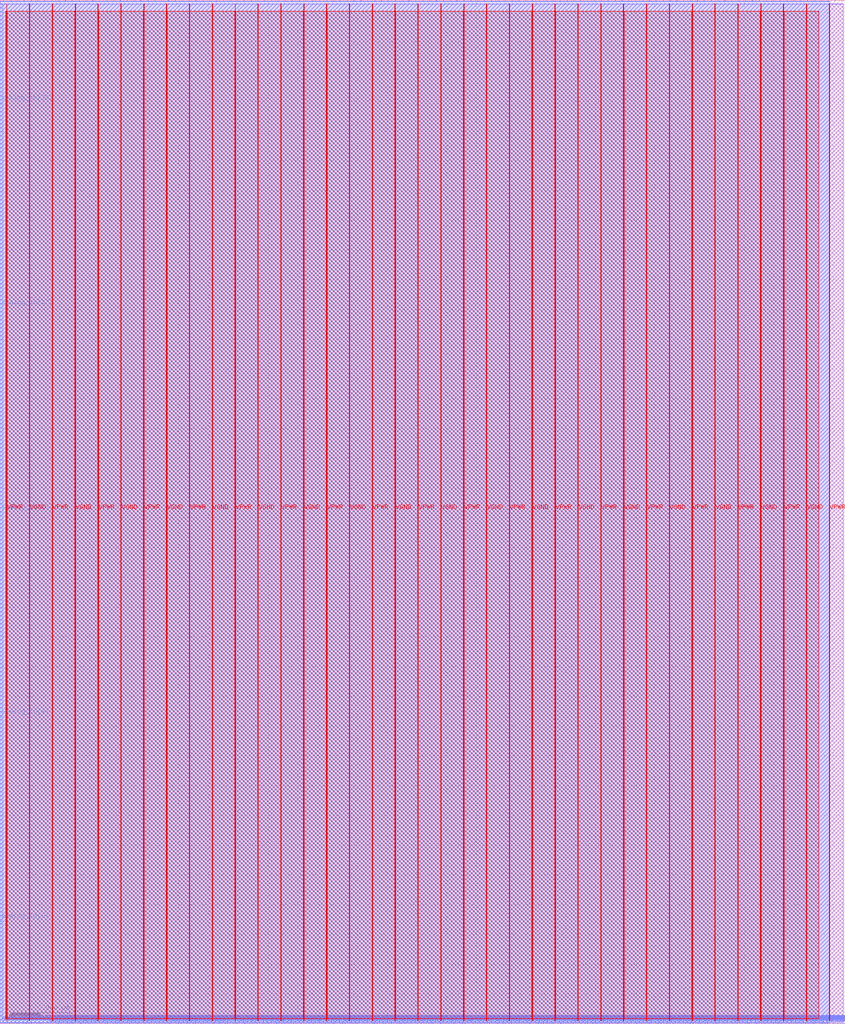
<source format=lef>
VERSION 5.7 ;
  NOWIREEXTENSIONATPIN ON ;
  DIVIDERCHAR "/" ;
  BUSBITCHARS "[]" ;
MACRO user_proj_example
  CLASS BLOCK ;
  FOREIGN user_proj_example ;
  ORIGIN 0.000 0.000 ;
  SIZE 2840.000 BY 3440.000 ;
  PIN analog_io[0]
    DIRECTION INOUT ;
    USE SIGNAL ;
    PORT
      LAYER met3 ;
        RECT 0.000 343.440 4.000 344.040 ;
    END
  END analog_io[0]
  PIN analog_io[10]
    DIRECTION INOUT ;
    USE SIGNAL ;
    PORT
      LAYER met3 ;
        RECT 2836.000 644.680 2840.000 645.280 ;
    END
  END analog_io[10]
  PIN analog_io[11]
    DIRECTION INOUT ;
    USE SIGNAL ;
    PORT
      LAYER met2 ;
        RECT 2736.170 3436.000 2736.450 3440.000 ;
    END
  END analog_io[11]
  PIN analog_io[12]
    DIRECTION INOUT ;
    USE SIGNAL ;
    PORT
      LAYER met2 ;
        RECT 2759.170 3436.000 2759.450 3440.000 ;
    END
  END analog_io[12]
  PIN analog_io[13]
    DIRECTION INOUT ;
    USE SIGNAL ;
    PORT
      LAYER met3 ;
        RECT 0.000 1719.080 4.000 1719.680 ;
    END
  END analog_io[13]
  PIN analog_io[14]
    DIRECTION INOUT ;
    USE SIGNAL ;
    PORT
      LAYER met2 ;
        RECT 2782.170 3436.000 2782.450 3440.000 ;
    END
  END analog_io[14]
  PIN analog_io[15]
    DIRECTION INOUT ;
    USE SIGNAL ;
    PORT
      LAYER met2 ;
        RECT 2808.390 0.000 2808.670 4.000 ;
    END
  END analog_io[15]
  PIN analog_io[16]
    DIRECTION INOUT ;
    USE SIGNAL ;
    PORT
      LAYER met3 ;
        RECT 2836.000 1074.440 2840.000 1075.040 ;
    END
  END analog_io[16]
  PIN analog_io[17]
    DIRECTION INOUT ;
    USE SIGNAL ;
    PORT
      LAYER met3 ;
        RECT 0.000 2407.240 4.000 2407.840 ;
    END
  END analog_io[17]
  PIN analog_io[18]
    DIRECTION INOUT ;
    USE SIGNAL ;
    PORT
      LAYER met2 ;
        RECT 2814.370 0.000 2814.650 4.000 ;
    END
  END analog_io[18]
  PIN analog_io[19]
    DIRECTION INOUT ;
    USE SIGNAL ;
    PORT
      LAYER met2 ;
        RECT 2805.170 3436.000 2805.450 3440.000 ;
    END
  END analog_io[19]
  PIN analog_io[1]
    DIRECTION INOUT ;
    USE SIGNAL ;
    PORT
      LAYER met2 ;
        RECT 2791.370 0.000 2791.650 4.000 ;
    END
  END analog_io[1]
  PIN analog_io[20]
    DIRECTION INOUT ;
    USE SIGNAL ;
    PORT
      LAYER met3 ;
        RECT 0.000 3095.400 4.000 3096.000 ;
    END
  END analog_io[20]
  PIN analog_io[21]
    DIRECTION INOUT ;
    USE SIGNAL ;
    PORT
      LAYER met3 ;
        RECT 2836.000 1504.880 2840.000 1505.480 ;
    END
  END analog_io[21]
  PIN analog_io[22]
    DIRECTION INOUT ;
    USE SIGNAL ;
    PORT
      LAYER met2 ;
        RECT 2828.170 3436.000 2828.450 3440.000 ;
    END
  END analog_io[22]
  PIN analog_io[23]
    DIRECTION INOUT ;
    USE SIGNAL ;
    PORT
      LAYER met3 ;
        RECT 2836.000 1934.640 2840.000 1935.240 ;
    END
  END analog_io[23]
  PIN analog_io[24]
    DIRECTION INOUT ;
    USE SIGNAL ;
    PORT
      LAYER met2 ;
        RECT 2819.890 0.000 2820.170 4.000 ;
    END
  END analog_io[24]
  PIN analog_io[25]
    DIRECTION INOUT ;
    USE SIGNAL ;
    PORT
      LAYER met2 ;
        RECT 2825.410 0.000 2825.690 4.000 ;
    END
  END analog_io[25]
  PIN analog_io[26]
    DIRECTION INOUT ;
    USE SIGNAL ;
    PORT
      LAYER met2 ;
        RECT 2831.390 0.000 2831.670 4.000 ;
    END
  END analog_io[26]
  PIN analog_io[27]
    DIRECTION INOUT ;
    USE SIGNAL ;
    PORT
      LAYER met3 ;
        RECT 2836.000 2364.400 2840.000 2365.000 ;
    END
  END analog_io[27]
  PIN analog_io[28]
    DIRECTION INOUT ;
    USE SIGNAL ;
    PORT
      LAYER met3 ;
        RECT 2836.000 2794.840 2840.000 2795.440 ;
    END
  END analog_io[28]
  PIN analog_io[29]
    DIRECTION INOUT ;
    USE SIGNAL ;
    PORT
      LAYER met3 ;
        RECT 2836.000 3224.600 2840.000 3225.200 ;
    END
  END analog_io[29]
  PIN analog_io[2]
    DIRECTION INOUT ;
    USE SIGNAL ;
    PORT
      LAYER met2 ;
        RECT 2643.710 3436.000 2643.990 3440.000 ;
    END
  END analog_io[2]
  PIN analog_io[30]
    DIRECTION INOUT ;
    USE SIGNAL ;
    PORT
      LAYER met2 ;
        RECT 2836.910 0.000 2837.190 4.000 ;
    END
  END analog_io[30]
  PIN analog_io[3]
    DIRECTION INOUT ;
    USE SIGNAL ;
    PORT
      LAYER met2 ;
        RECT 2666.710 3436.000 2666.990 3440.000 ;
    END
  END analog_io[3]
  PIN analog_io[4]
    DIRECTION INOUT ;
    USE SIGNAL ;
    PORT
      LAYER met3 ;
        RECT 0.000 1030.920 4.000 1031.520 ;
    END
  END analog_io[4]
  PIN analog_io[5]
    DIRECTION INOUT ;
    USE SIGNAL ;
    PORT
      LAYER met2 ;
        RECT 2689.710 3436.000 2689.990 3440.000 ;
    END
  END analog_io[5]
  PIN analog_io[6]
    DIRECTION INOUT ;
    USE SIGNAL ;
    PORT
      LAYER met2 ;
        RECT 2797.350 0.000 2797.630 4.000 ;
    END
  END analog_io[6]
  PIN analog_io[7]
    DIRECTION INOUT ;
    USE SIGNAL ;
    PORT
      LAYER met2 ;
        RECT 2712.710 3436.000 2712.990 3440.000 ;
    END
  END analog_io[7]
  PIN analog_io[8]
    DIRECTION INOUT ;
    USE SIGNAL ;
    PORT
      LAYER met3 ;
        RECT 2836.000 214.920 2840.000 215.520 ;
    END
  END analog_io[8]
  PIN analog_io[9]
    DIRECTION INOUT ;
    USE SIGNAL ;
    PORT
      LAYER met2 ;
        RECT 2802.870 0.000 2803.150 4.000 ;
    END
  END analog_io[9]
  PIN io_in[0]
    DIRECTION INPUT ;
    USE SIGNAL ;
    PORT
      LAYER met2 ;
        RECT 11.590 3436.000 11.870 3440.000 ;
    END
  END io_in[0]
  PIN io_in[10]
    DIRECTION INPUT ;
    USE SIGNAL ;
    PORT
      LAYER met2 ;
        RECT 703.890 3436.000 704.170 3440.000 ;
    END
  END io_in[10]
  PIN io_in[11]
    DIRECTION INPUT ;
    USE SIGNAL ;
    PORT
      LAYER met2 ;
        RECT 773.350 3436.000 773.630 3440.000 ;
    END
  END io_in[11]
  PIN io_in[12]
    DIRECTION INPUT ;
    USE SIGNAL ;
    PORT
      LAYER met2 ;
        RECT 842.810 3436.000 843.090 3440.000 ;
    END
  END io_in[12]
  PIN io_in[13]
    DIRECTION INPUT ;
    USE SIGNAL ;
    PORT
      LAYER met2 ;
        RECT 911.810 3436.000 912.090 3440.000 ;
    END
  END io_in[13]
  PIN io_in[14]
    DIRECTION INPUT ;
    USE SIGNAL ;
    PORT
      LAYER met2 ;
        RECT 981.270 3436.000 981.550 3440.000 ;
    END
  END io_in[14]
  PIN io_in[15]
    DIRECTION INPUT ;
    USE SIGNAL ;
    PORT
      LAYER met2 ;
        RECT 1050.270 3436.000 1050.550 3440.000 ;
    END
  END io_in[15]
  PIN io_in[16]
    DIRECTION INPUT ;
    USE SIGNAL ;
    PORT
      LAYER met2 ;
        RECT 1119.730 3436.000 1120.010 3440.000 ;
    END
  END io_in[16]
  PIN io_in[17]
    DIRECTION INPUT ;
    USE SIGNAL ;
    PORT
      LAYER met2 ;
        RECT 1188.730 3436.000 1189.010 3440.000 ;
    END
  END io_in[17]
  PIN io_in[18]
    DIRECTION INPUT ;
    USE SIGNAL ;
    PORT
      LAYER met2 ;
        RECT 1258.190 3436.000 1258.470 3440.000 ;
    END
  END io_in[18]
  PIN io_in[19]
    DIRECTION INPUT ;
    USE SIGNAL ;
    PORT
      LAYER met2 ;
        RECT 1327.650 3436.000 1327.930 3440.000 ;
    END
  END io_in[19]
  PIN io_in[1]
    DIRECTION INPUT ;
    USE SIGNAL ;
    PORT
      LAYER met2 ;
        RECT 80.590 3436.000 80.870 3440.000 ;
    END
  END io_in[1]
  PIN io_in[20]
    DIRECTION INPUT ;
    USE SIGNAL ;
    PORT
      LAYER met2 ;
        RECT 1396.650 3436.000 1396.930 3440.000 ;
    END
  END io_in[20]
  PIN io_in[21]
    DIRECTION INPUT ;
    USE SIGNAL ;
    PORT
      LAYER met2 ;
        RECT 1466.110 3436.000 1466.390 3440.000 ;
    END
  END io_in[21]
  PIN io_in[22]
    DIRECTION INPUT ;
    USE SIGNAL ;
    PORT
      LAYER met2 ;
        RECT 1535.110 3436.000 1535.390 3440.000 ;
    END
  END io_in[22]
  PIN io_in[23]
    DIRECTION INPUT ;
    USE SIGNAL ;
    PORT
      LAYER met2 ;
        RECT 1604.570 3436.000 1604.850 3440.000 ;
    END
  END io_in[23]
  PIN io_in[24]
    DIRECTION INPUT ;
    USE SIGNAL ;
    PORT
      LAYER met2 ;
        RECT 1674.030 3436.000 1674.310 3440.000 ;
    END
  END io_in[24]
  PIN io_in[25]
    DIRECTION INPUT ;
    USE SIGNAL ;
    PORT
      LAYER met2 ;
        RECT 1743.030 3436.000 1743.310 3440.000 ;
    END
  END io_in[25]
  PIN io_in[26]
    DIRECTION INPUT ;
    USE SIGNAL ;
    PORT
      LAYER met2 ;
        RECT 1812.490 3436.000 1812.770 3440.000 ;
    END
  END io_in[26]
  PIN io_in[27]
    DIRECTION INPUT ;
    USE SIGNAL ;
    PORT
      LAYER met2 ;
        RECT 1881.490 3436.000 1881.770 3440.000 ;
    END
  END io_in[27]
  PIN io_in[28]
    DIRECTION INPUT ;
    USE SIGNAL ;
    PORT
      LAYER met2 ;
        RECT 1950.950 3436.000 1951.230 3440.000 ;
    END
  END io_in[28]
  PIN io_in[29]
    DIRECTION INPUT ;
    USE SIGNAL ;
    PORT
      LAYER met2 ;
        RECT 2019.950 3436.000 2020.230 3440.000 ;
    END
  END io_in[29]
  PIN io_in[2]
    DIRECTION INPUT ;
    USE SIGNAL ;
    PORT
      LAYER met2 ;
        RECT 150.050 3436.000 150.330 3440.000 ;
    END
  END io_in[2]
  PIN io_in[30]
    DIRECTION INPUT ;
    USE SIGNAL ;
    PORT
      LAYER met2 ;
        RECT 2089.410 3436.000 2089.690 3440.000 ;
    END
  END io_in[30]
  PIN io_in[31]
    DIRECTION INPUT ;
    USE SIGNAL ;
    PORT
      LAYER met2 ;
        RECT 2158.870 3436.000 2159.150 3440.000 ;
    END
  END io_in[31]
  PIN io_in[32]
    DIRECTION INPUT ;
    USE SIGNAL ;
    PORT
      LAYER met2 ;
        RECT 2227.870 3436.000 2228.150 3440.000 ;
    END
  END io_in[32]
  PIN io_in[33]
    DIRECTION INPUT ;
    USE SIGNAL ;
    PORT
      LAYER met2 ;
        RECT 2297.330 3436.000 2297.610 3440.000 ;
    END
  END io_in[33]
  PIN io_in[34]
    DIRECTION INPUT ;
    USE SIGNAL ;
    PORT
      LAYER met2 ;
        RECT 2366.330 3436.000 2366.610 3440.000 ;
    END
  END io_in[34]
  PIN io_in[35]
    DIRECTION INPUT ;
    USE SIGNAL ;
    PORT
      LAYER met2 ;
        RECT 2435.790 3436.000 2436.070 3440.000 ;
    END
  END io_in[35]
  PIN io_in[36]
    DIRECTION INPUT ;
    USE SIGNAL ;
    PORT
      LAYER met2 ;
        RECT 2505.250 3436.000 2505.530 3440.000 ;
    END
  END io_in[36]
  PIN io_in[37]
    DIRECTION INPUT ;
    USE SIGNAL ;
    PORT
      LAYER met2 ;
        RECT 2574.250 3436.000 2574.530 3440.000 ;
    END
  END io_in[37]
  PIN io_in[3]
    DIRECTION INPUT ;
    USE SIGNAL ;
    PORT
      LAYER met2 ;
        RECT 219.050 3436.000 219.330 3440.000 ;
    END
  END io_in[3]
  PIN io_in[4]
    DIRECTION INPUT ;
    USE SIGNAL ;
    PORT
      LAYER met2 ;
        RECT 288.510 3436.000 288.790 3440.000 ;
    END
  END io_in[4]
  PIN io_in[5]
    DIRECTION INPUT ;
    USE SIGNAL ;
    PORT
      LAYER met2 ;
        RECT 357.510 3436.000 357.790 3440.000 ;
    END
  END io_in[5]
  PIN io_in[6]
    DIRECTION INPUT ;
    USE SIGNAL ;
    PORT
      LAYER met2 ;
        RECT 426.970 3436.000 427.250 3440.000 ;
    END
  END io_in[6]
  PIN io_in[7]
    DIRECTION INPUT ;
    USE SIGNAL ;
    PORT
      LAYER met2 ;
        RECT 496.430 3436.000 496.710 3440.000 ;
    END
  END io_in[7]
  PIN io_in[8]
    DIRECTION INPUT ;
    USE SIGNAL ;
    PORT
      LAYER met2 ;
        RECT 565.430 3436.000 565.710 3440.000 ;
    END
  END io_in[8]
  PIN io_in[9]
    DIRECTION INPUT ;
    USE SIGNAL ;
    PORT
      LAYER met2 ;
        RECT 634.890 3436.000 635.170 3440.000 ;
    END
  END io_in[9]
  PIN io_oeb[0]
    DIRECTION OUTPUT TRISTATE ;
    USE SIGNAL ;
    PORT
      LAYER met2 ;
        RECT 34.590 3436.000 34.870 3440.000 ;
    END
  END io_oeb[0]
  PIN io_oeb[10]
    DIRECTION OUTPUT TRISTATE ;
    USE SIGNAL ;
    PORT
      LAYER met2 ;
        RECT 727.350 3436.000 727.630 3440.000 ;
    END
  END io_oeb[10]
  PIN io_oeb[11]
    DIRECTION OUTPUT TRISTATE ;
    USE SIGNAL ;
    PORT
      LAYER met2 ;
        RECT 796.350 3436.000 796.630 3440.000 ;
    END
  END io_oeb[11]
  PIN io_oeb[12]
    DIRECTION OUTPUT TRISTATE ;
    USE SIGNAL ;
    PORT
      LAYER met2 ;
        RECT 865.810 3436.000 866.090 3440.000 ;
    END
  END io_oeb[12]
  PIN io_oeb[13]
    DIRECTION OUTPUT TRISTATE ;
    USE SIGNAL ;
    PORT
      LAYER met2 ;
        RECT 934.810 3436.000 935.090 3440.000 ;
    END
  END io_oeb[13]
  PIN io_oeb[14]
    DIRECTION OUTPUT TRISTATE ;
    USE SIGNAL ;
    PORT
      LAYER met2 ;
        RECT 1004.270 3436.000 1004.550 3440.000 ;
    END
  END io_oeb[14]
  PIN io_oeb[15]
    DIRECTION OUTPUT TRISTATE ;
    USE SIGNAL ;
    PORT
      LAYER met2 ;
        RECT 1073.270 3436.000 1073.550 3440.000 ;
    END
  END io_oeb[15]
  PIN io_oeb[16]
    DIRECTION OUTPUT TRISTATE ;
    USE SIGNAL ;
    PORT
      LAYER met2 ;
        RECT 1142.730 3436.000 1143.010 3440.000 ;
    END
  END io_oeb[16]
  PIN io_oeb[17]
    DIRECTION OUTPUT TRISTATE ;
    USE SIGNAL ;
    PORT
      LAYER met2 ;
        RECT 1212.190 3436.000 1212.470 3440.000 ;
    END
  END io_oeb[17]
  PIN io_oeb[18]
    DIRECTION OUTPUT TRISTATE ;
    USE SIGNAL ;
    PORT
      LAYER met2 ;
        RECT 1281.190 3436.000 1281.470 3440.000 ;
    END
  END io_oeb[18]
  PIN io_oeb[19]
    DIRECTION OUTPUT TRISTATE ;
    USE SIGNAL ;
    PORT
      LAYER met2 ;
        RECT 1350.650 3436.000 1350.930 3440.000 ;
    END
  END io_oeb[19]
  PIN io_oeb[1]
    DIRECTION OUTPUT TRISTATE ;
    USE SIGNAL ;
    PORT
      LAYER met2 ;
        RECT 103.590 3436.000 103.870 3440.000 ;
    END
  END io_oeb[1]
  PIN io_oeb[20]
    DIRECTION OUTPUT TRISTATE ;
    USE SIGNAL ;
    PORT
      LAYER met2 ;
        RECT 1419.650 3436.000 1419.930 3440.000 ;
    END
  END io_oeb[20]
  PIN io_oeb[21]
    DIRECTION OUTPUT TRISTATE ;
    USE SIGNAL ;
    PORT
      LAYER met2 ;
        RECT 1489.110 3436.000 1489.390 3440.000 ;
    END
  END io_oeb[21]
  PIN io_oeb[22]
    DIRECTION OUTPUT TRISTATE ;
    USE SIGNAL ;
    PORT
      LAYER met2 ;
        RECT 1558.570 3436.000 1558.850 3440.000 ;
    END
  END io_oeb[22]
  PIN io_oeb[23]
    DIRECTION OUTPUT TRISTATE ;
    USE SIGNAL ;
    PORT
      LAYER met2 ;
        RECT 1627.570 3436.000 1627.850 3440.000 ;
    END
  END io_oeb[23]
  PIN io_oeb[24]
    DIRECTION OUTPUT TRISTATE ;
    USE SIGNAL ;
    PORT
      LAYER met2 ;
        RECT 1697.030 3436.000 1697.310 3440.000 ;
    END
  END io_oeb[24]
  PIN io_oeb[25]
    DIRECTION OUTPUT TRISTATE ;
    USE SIGNAL ;
    PORT
      LAYER met2 ;
        RECT 1766.030 3436.000 1766.310 3440.000 ;
    END
  END io_oeb[25]
  PIN io_oeb[26]
    DIRECTION OUTPUT TRISTATE ;
    USE SIGNAL ;
    PORT
      LAYER met2 ;
        RECT 1835.490 3436.000 1835.770 3440.000 ;
    END
  END io_oeb[26]
  PIN io_oeb[27]
    DIRECTION OUTPUT TRISTATE ;
    USE SIGNAL ;
    PORT
      LAYER met2 ;
        RECT 1904.950 3436.000 1905.230 3440.000 ;
    END
  END io_oeb[27]
  PIN io_oeb[28]
    DIRECTION OUTPUT TRISTATE ;
    USE SIGNAL ;
    PORT
      LAYER met2 ;
        RECT 1973.950 3436.000 1974.230 3440.000 ;
    END
  END io_oeb[28]
  PIN io_oeb[29]
    DIRECTION OUTPUT TRISTATE ;
    USE SIGNAL ;
    PORT
      LAYER met2 ;
        RECT 2043.410 3436.000 2043.690 3440.000 ;
    END
  END io_oeb[29]
  PIN io_oeb[2]
    DIRECTION OUTPUT TRISTATE ;
    USE SIGNAL ;
    PORT
      LAYER met2 ;
        RECT 173.050 3436.000 173.330 3440.000 ;
    END
  END io_oeb[2]
  PIN io_oeb[30]
    DIRECTION OUTPUT TRISTATE ;
    USE SIGNAL ;
    PORT
      LAYER met2 ;
        RECT 2112.410 3436.000 2112.690 3440.000 ;
    END
  END io_oeb[30]
  PIN io_oeb[31]
    DIRECTION OUTPUT TRISTATE ;
    USE SIGNAL ;
    PORT
      LAYER met2 ;
        RECT 2181.870 3436.000 2182.150 3440.000 ;
    END
  END io_oeb[31]
  PIN io_oeb[32]
    DIRECTION OUTPUT TRISTATE ;
    USE SIGNAL ;
    PORT
      LAYER met2 ;
        RECT 2250.870 3436.000 2251.150 3440.000 ;
    END
  END io_oeb[32]
  PIN io_oeb[33]
    DIRECTION OUTPUT TRISTATE ;
    USE SIGNAL ;
    PORT
      LAYER met2 ;
        RECT 2320.330 3436.000 2320.610 3440.000 ;
    END
  END io_oeb[33]
  PIN io_oeb[34]
    DIRECTION OUTPUT TRISTATE ;
    USE SIGNAL ;
    PORT
      LAYER met2 ;
        RECT 2389.790 3436.000 2390.070 3440.000 ;
    END
  END io_oeb[34]
  PIN io_oeb[35]
    DIRECTION OUTPUT TRISTATE ;
    USE SIGNAL ;
    PORT
      LAYER met2 ;
        RECT 2458.790 3436.000 2459.070 3440.000 ;
    END
  END io_oeb[35]
  PIN io_oeb[36]
    DIRECTION OUTPUT TRISTATE ;
    USE SIGNAL ;
    PORT
      LAYER met2 ;
        RECT 2528.250 3436.000 2528.530 3440.000 ;
    END
  END io_oeb[36]
  PIN io_oeb[37]
    DIRECTION OUTPUT TRISTATE ;
    USE SIGNAL ;
    PORT
      LAYER met2 ;
        RECT 2597.250 3436.000 2597.530 3440.000 ;
    END
  END io_oeb[37]
  PIN io_oeb[3]
    DIRECTION OUTPUT TRISTATE ;
    USE SIGNAL ;
    PORT
      LAYER met2 ;
        RECT 242.050 3436.000 242.330 3440.000 ;
    END
  END io_oeb[3]
  PIN io_oeb[4]
    DIRECTION OUTPUT TRISTATE ;
    USE SIGNAL ;
    PORT
      LAYER met2 ;
        RECT 311.510 3436.000 311.790 3440.000 ;
    END
  END io_oeb[4]
  PIN io_oeb[5]
    DIRECTION OUTPUT TRISTATE ;
    USE SIGNAL ;
    PORT
      LAYER met2 ;
        RECT 380.970 3436.000 381.250 3440.000 ;
    END
  END io_oeb[5]
  PIN io_oeb[6]
    DIRECTION OUTPUT TRISTATE ;
    USE SIGNAL ;
    PORT
      LAYER met2 ;
        RECT 449.970 3436.000 450.250 3440.000 ;
    END
  END io_oeb[6]
  PIN io_oeb[7]
    DIRECTION OUTPUT TRISTATE ;
    USE SIGNAL ;
    PORT
      LAYER met2 ;
        RECT 519.430 3436.000 519.710 3440.000 ;
    END
  END io_oeb[7]
  PIN io_oeb[8]
    DIRECTION OUTPUT TRISTATE ;
    USE SIGNAL ;
    PORT
      LAYER met2 ;
        RECT 588.430 3436.000 588.710 3440.000 ;
    END
  END io_oeb[8]
  PIN io_oeb[9]
    DIRECTION OUTPUT TRISTATE ;
    USE SIGNAL ;
    PORT
      LAYER met2 ;
        RECT 657.890 3436.000 658.170 3440.000 ;
    END
  END io_oeb[9]
  PIN io_out[0]
    DIRECTION OUTPUT TRISTATE ;
    USE SIGNAL ;
    PORT
      LAYER met2 ;
        RECT 57.590 3436.000 57.870 3440.000 ;
    END
  END io_out[0]
  PIN io_out[10]
    DIRECTION OUTPUT TRISTATE ;
    USE SIGNAL ;
    PORT
      LAYER met2 ;
        RECT 750.350 3436.000 750.630 3440.000 ;
    END
  END io_out[10]
  PIN io_out[11]
    DIRECTION OUTPUT TRISTATE ;
    USE SIGNAL ;
    PORT
      LAYER met2 ;
        RECT 819.350 3436.000 819.630 3440.000 ;
    END
  END io_out[11]
  PIN io_out[12]
    DIRECTION OUTPUT TRISTATE ;
    USE SIGNAL ;
    PORT
      LAYER met2 ;
        RECT 888.810 3436.000 889.090 3440.000 ;
    END
  END io_out[12]
  PIN io_out[13]
    DIRECTION OUTPUT TRISTATE ;
    USE SIGNAL ;
    PORT
      LAYER met2 ;
        RECT 958.270 3436.000 958.550 3440.000 ;
    END
  END io_out[13]
  PIN io_out[14]
    DIRECTION OUTPUT TRISTATE ;
    USE SIGNAL ;
    PORT
      LAYER met2 ;
        RECT 1027.270 3436.000 1027.550 3440.000 ;
    END
  END io_out[14]
  PIN io_out[15]
    DIRECTION OUTPUT TRISTATE ;
    USE SIGNAL ;
    PORT
      LAYER met2 ;
        RECT 1096.730 3436.000 1097.010 3440.000 ;
    END
  END io_out[15]
  PIN io_out[16]
    DIRECTION OUTPUT TRISTATE ;
    USE SIGNAL ;
    PORT
      LAYER met2 ;
        RECT 1165.730 3436.000 1166.010 3440.000 ;
    END
  END io_out[16]
  PIN io_out[17]
    DIRECTION OUTPUT TRISTATE ;
    USE SIGNAL ;
    PORT
      LAYER met2 ;
        RECT 1235.190 3436.000 1235.470 3440.000 ;
    END
  END io_out[17]
  PIN io_out[18]
    DIRECTION OUTPUT TRISTATE ;
    USE SIGNAL ;
    PORT
      LAYER met2 ;
        RECT 1304.190 3436.000 1304.470 3440.000 ;
    END
  END io_out[18]
  PIN io_out[19]
    DIRECTION OUTPUT TRISTATE ;
    USE SIGNAL ;
    PORT
      LAYER met2 ;
        RECT 1373.650 3436.000 1373.930 3440.000 ;
    END
  END io_out[19]
  PIN io_out[1]
    DIRECTION OUTPUT TRISTATE ;
    USE SIGNAL ;
    PORT
      LAYER met2 ;
        RECT 126.590 3436.000 126.870 3440.000 ;
    END
  END io_out[1]
  PIN io_out[20]
    DIRECTION OUTPUT TRISTATE ;
    USE SIGNAL ;
    PORT
      LAYER met2 ;
        RECT 1443.110 3436.000 1443.390 3440.000 ;
    END
  END io_out[20]
  PIN io_out[21]
    DIRECTION OUTPUT TRISTATE ;
    USE SIGNAL ;
    PORT
      LAYER met2 ;
        RECT 1512.110 3436.000 1512.390 3440.000 ;
    END
  END io_out[21]
  PIN io_out[22]
    DIRECTION OUTPUT TRISTATE ;
    USE SIGNAL ;
    PORT
      LAYER met2 ;
        RECT 1581.570 3436.000 1581.850 3440.000 ;
    END
  END io_out[22]
  PIN io_out[23]
    DIRECTION OUTPUT TRISTATE ;
    USE SIGNAL ;
    PORT
      LAYER met2 ;
        RECT 1650.570 3436.000 1650.850 3440.000 ;
    END
  END io_out[23]
  PIN io_out[24]
    DIRECTION OUTPUT TRISTATE ;
    USE SIGNAL ;
    PORT
      LAYER met2 ;
        RECT 1720.030 3436.000 1720.310 3440.000 ;
    END
  END io_out[24]
  PIN io_out[25]
    DIRECTION OUTPUT TRISTATE ;
    USE SIGNAL ;
    PORT
      LAYER met2 ;
        RECT 1789.490 3436.000 1789.770 3440.000 ;
    END
  END io_out[25]
  PIN io_out[26]
    DIRECTION OUTPUT TRISTATE ;
    USE SIGNAL ;
    PORT
      LAYER met2 ;
        RECT 1858.490 3436.000 1858.770 3440.000 ;
    END
  END io_out[26]
  PIN io_out[27]
    DIRECTION OUTPUT TRISTATE ;
    USE SIGNAL ;
    PORT
      LAYER met2 ;
        RECT 1927.950 3436.000 1928.230 3440.000 ;
    END
  END io_out[27]
  PIN io_out[28]
    DIRECTION OUTPUT TRISTATE ;
    USE SIGNAL ;
    PORT
      LAYER met2 ;
        RECT 1996.950 3436.000 1997.230 3440.000 ;
    END
  END io_out[28]
  PIN io_out[29]
    DIRECTION OUTPUT TRISTATE ;
    USE SIGNAL ;
    PORT
      LAYER met2 ;
        RECT 2066.410 3436.000 2066.690 3440.000 ;
    END
  END io_out[29]
  PIN io_out[2]
    DIRECTION OUTPUT TRISTATE ;
    USE SIGNAL ;
    PORT
      LAYER met2 ;
        RECT 196.050 3436.000 196.330 3440.000 ;
    END
  END io_out[2]
  PIN io_out[30]
    DIRECTION OUTPUT TRISTATE ;
    USE SIGNAL ;
    PORT
      LAYER met2 ;
        RECT 2135.410 3436.000 2135.690 3440.000 ;
    END
  END io_out[30]
  PIN io_out[31]
    DIRECTION OUTPUT TRISTATE ;
    USE SIGNAL ;
    PORT
      LAYER met2 ;
        RECT 2204.870 3436.000 2205.150 3440.000 ;
    END
  END io_out[31]
  PIN io_out[32]
    DIRECTION OUTPUT TRISTATE ;
    USE SIGNAL ;
    PORT
      LAYER met2 ;
        RECT 2274.330 3436.000 2274.610 3440.000 ;
    END
  END io_out[32]
  PIN io_out[33]
    DIRECTION OUTPUT TRISTATE ;
    USE SIGNAL ;
    PORT
      LAYER met2 ;
        RECT 2343.330 3436.000 2343.610 3440.000 ;
    END
  END io_out[33]
  PIN io_out[34]
    DIRECTION OUTPUT TRISTATE ;
    USE SIGNAL ;
    PORT
      LAYER met2 ;
        RECT 2412.790 3436.000 2413.070 3440.000 ;
    END
  END io_out[34]
  PIN io_out[35]
    DIRECTION OUTPUT TRISTATE ;
    USE SIGNAL ;
    PORT
      LAYER met2 ;
        RECT 2481.790 3436.000 2482.070 3440.000 ;
    END
  END io_out[35]
  PIN io_out[36]
    DIRECTION OUTPUT TRISTATE ;
    USE SIGNAL ;
    PORT
      LAYER met2 ;
        RECT 2551.250 3436.000 2551.530 3440.000 ;
    END
  END io_out[36]
  PIN io_out[37]
    DIRECTION OUTPUT TRISTATE ;
    USE SIGNAL ;
    PORT
      LAYER met2 ;
        RECT 2620.710 3436.000 2620.990 3440.000 ;
    END
  END io_out[37]
  PIN io_out[3]
    DIRECTION OUTPUT TRISTATE ;
    USE SIGNAL ;
    PORT
      LAYER met2 ;
        RECT 265.510 3436.000 265.790 3440.000 ;
    END
  END io_out[3]
  PIN io_out[4]
    DIRECTION OUTPUT TRISTATE ;
    USE SIGNAL ;
    PORT
      LAYER met2 ;
        RECT 334.510 3436.000 334.790 3440.000 ;
    END
  END io_out[4]
  PIN io_out[5]
    DIRECTION OUTPUT TRISTATE ;
    USE SIGNAL ;
    PORT
      LAYER met2 ;
        RECT 403.970 3436.000 404.250 3440.000 ;
    END
  END io_out[5]
  PIN io_out[6]
    DIRECTION OUTPUT TRISTATE ;
    USE SIGNAL ;
    PORT
      LAYER met2 ;
        RECT 472.970 3436.000 473.250 3440.000 ;
    END
  END io_out[6]
  PIN io_out[7]
    DIRECTION OUTPUT TRISTATE ;
    USE SIGNAL ;
    PORT
      LAYER met2 ;
        RECT 542.430 3436.000 542.710 3440.000 ;
    END
  END io_out[7]
  PIN io_out[8]
    DIRECTION OUTPUT TRISTATE ;
    USE SIGNAL ;
    PORT
      LAYER met2 ;
        RECT 611.890 3436.000 612.170 3440.000 ;
    END
  END io_out[8]
  PIN io_out[9]
    DIRECTION OUTPUT TRISTATE ;
    USE SIGNAL ;
    PORT
      LAYER met2 ;
        RECT 680.890 3436.000 681.170 3440.000 ;
    END
  END io_out[9]
  PIN la_data_in[0]
    DIRECTION INPUT ;
    USE SIGNAL ;
    PORT
      LAYER met2 ;
        RECT 604.530 0.000 604.810 4.000 ;
    END
  END la_data_in[0]
  PIN la_data_in[100]
    DIRECTION INPUT ;
    USE SIGNAL ;
    PORT
      LAYER met2 ;
        RECT 2308.830 0.000 2309.110 4.000 ;
    END
  END la_data_in[100]
  PIN la_data_in[101]
    DIRECTION INPUT ;
    USE SIGNAL ;
    PORT
      LAYER met2 ;
        RECT 2325.850 0.000 2326.130 4.000 ;
    END
  END la_data_in[101]
  PIN la_data_in[102]
    DIRECTION INPUT ;
    USE SIGNAL ;
    PORT
      LAYER met2 ;
        RECT 2342.870 0.000 2343.150 4.000 ;
    END
  END la_data_in[102]
  PIN la_data_in[103]
    DIRECTION INPUT ;
    USE SIGNAL ;
    PORT
      LAYER met2 ;
        RECT 2359.890 0.000 2360.170 4.000 ;
    END
  END la_data_in[103]
  PIN la_data_in[104]
    DIRECTION INPUT ;
    USE SIGNAL ;
    PORT
      LAYER met2 ;
        RECT 2376.910 0.000 2377.190 4.000 ;
    END
  END la_data_in[104]
  PIN la_data_in[105]
    DIRECTION INPUT ;
    USE SIGNAL ;
    PORT
      LAYER met2 ;
        RECT 2393.930 0.000 2394.210 4.000 ;
    END
  END la_data_in[105]
  PIN la_data_in[106]
    DIRECTION INPUT ;
    USE SIGNAL ;
    PORT
      LAYER met2 ;
        RECT 2410.950 0.000 2411.230 4.000 ;
    END
  END la_data_in[106]
  PIN la_data_in[107]
    DIRECTION INPUT ;
    USE SIGNAL ;
    PORT
      LAYER met2 ;
        RECT 2427.970 0.000 2428.250 4.000 ;
    END
  END la_data_in[107]
  PIN la_data_in[108]
    DIRECTION INPUT ;
    USE SIGNAL ;
    PORT
      LAYER met2 ;
        RECT 2444.990 0.000 2445.270 4.000 ;
    END
  END la_data_in[108]
  PIN la_data_in[109]
    DIRECTION INPUT ;
    USE SIGNAL ;
    PORT
      LAYER met2 ;
        RECT 2462.010 0.000 2462.290 4.000 ;
    END
  END la_data_in[109]
  PIN la_data_in[10]
    DIRECTION INPUT ;
    USE SIGNAL ;
    PORT
      LAYER met2 ;
        RECT 775.190 0.000 775.470 4.000 ;
    END
  END la_data_in[10]
  PIN la_data_in[110]
    DIRECTION INPUT ;
    USE SIGNAL ;
    PORT
      LAYER met2 ;
        RECT 2479.030 0.000 2479.310 4.000 ;
    END
  END la_data_in[110]
  PIN la_data_in[111]
    DIRECTION INPUT ;
    USE SIGNAL ;
    PORT
      LAYER met2 ;
        RECT 2496.050 0.000 2496.330 4.000 ;
    END
  END la_data_in[111]
  PIN la_data_in[112]
    DIRECTION INPUT ;
    USE SIGNAL ;
    PORT
      LAYER met2 ;
        RECT 2513.070 0.000 2513.350 4.000 ;
    END
  END la_data_in[112]
  PIN la_data_in[113]
    DIRECTION INPUT ;
    USE SIGNAL ;
    PORT
      LAYER met2 ;
        RECT 2530.090 0.000 2530.370 4.000 ;
    END
  END la_data_in[113]
  PIN la_data_in[114]
    DIRECTION INPUT ;
    USE SIGNAL ;
    PORT
      LAYER met2 ;
        RECT 2547.110 0.000 2547.390 4.000 ;
    END
  END la_data_in[114]
  PIN la_data_in[115]
    DIRECTION INPUT ;
    USE SIGNAL ;
    PORT
      LAYER met2 ;
        RECT 2564.130 0.000 2564.410 4.000 ;
    END
  END la_data_in[115]
  PIN la_data_in[116]
    DIRECTION INPUT ;
    USE SIGNAL ;
    PORT
      LAYER met2 ;
        RECT 2581.150 0.000 2581.430 4.000 ;
    END
  END la_data_in[116]
  PIN la_data_in[117]
    DIRECTION INPUT ;
    USE SIGNAL ;
    PORT
      LAYER met2 ;
        RECT 2598.630 0.000 2598.910 4.000 ;
    END
  END la_data_in[117]
  PIN la_data_in[118]
    DIRECTION INPUT ;
    USE SIGNAL ;
    PORT
      LAYER met2 ;
        RECT 2615.650 0.000 2615.930 4.000 ;
    END
  END la_data_in[118]
  PIN la_data_in[119]
    DIRECTION INPUT ;
    USE SIGNAL ;
    PORT
      LAYER met2 ;
        RECT 2632.670 0.000 2632.950 4.000 ;
    END
  END la_data_in[119]
  PIN la_data_in[11]
    DIRECTION INPUT ;
    USE SIGNAL ;
    PORT
      LAYER met2 ;
        RECT 792.210 0.000 792.490 4.000 ;
    END
  END la_data_in[11]
  PIN la_data_in[120]
    DIRECTION INPUT ;
    USE SIGNAL ;
    PORT
      LAYER met2 ;
        RECT 2649.690 0.000 2649.970 4.000 ;
    END
  END la_data_in[120]
  PIN la_data_in[121]
    DIRECTION INPUT ;
    USE SIGNAL ;
    PORT
      LAYER met2 ;
        RECT 2666.710 0.000 2666.990 4.000 ;
    END
  END la_data_in[121]
  PIN la_data_in[122]
    DIRECTION INPUT ;
    USE SIGNAL ;
    PORT
      LAYER met2 ;
        RECT 2683.730 0.000 2684.010 4.000 ;
    END
  END la_data_in[122]
  PIN la_data_in[123]
    DIRECTION INPUT ;
    USE SIGNAL ;
    PORT
      LAYER met2 ;
        RECT 2700.750 0.000 2701.030 4.000 ;
    END
  END la_data_in[123]
  PIN la_data_in[124]
    DIRECTION INPUT ;
    USE SIGNAL ;
    PORT
      LAYER met2 ;
        RECT 2717.770 0.000 2718.050 4.000 ;
    END
  END la_data_in[124]
  PIN la_data_in[125]
    DIRECTION INPUT ;
    USE SIGNAL ;
    PORT
      LAYER met2 ;
        RECT 2734.790 0.000 2735.070 4.000 ;
    END
  END la_data_in[125]
  PIN la_data_in[126]
    DIRECTION INPUT ;
    USE SIGNAL ;
    PORT
      LAYER met2 ;
        RECT 2751.810 0.000 2752.090 4.000 ;
    END
  END la_data_in[126]
  PIN la_data_in[127]
    DIRECTION INPUT ;
    USE SIGNAL ;
    PORT
      LAYER met2 ;
        RECT 2768.830 0.000 2769.110 4.000 ;
    END
  END la_data_in[127]
  PIN la_data_in[12]
    DIRECTION INPUT ;
    USE SIGNAL ;
    PORT
      LAYER met2 ;
        RECT 809.230 0.000 809.510 4.000 ;
    END
  END la_data_in[12]
  PIN la_data_in[13]
    DIRECTION INPUT ;
    USE SIGNAL ;
    PORT
      LAYER met2 ;
        RECT 826.250 0.000 826.530 4.000 ;
    END
  END la_data_in[13]
  PIN la_data_in[14]
    DIRECTION INPUT ;
    USE SIGNAL ;
    PORT
      LAYER met2 ;
        RECT 843.270 0.000 843.550 4.000 ;
    END
  END la_data_in[14]
  PIN la_data_in[15]
    DIRECTION INPUT ;
    USE SIGNAL ;
    PORT
      LAYER met2 ;
        RECT 860.290 0.000 860.570 4.000 ;
    END
  END la_data_in[15]
  PIN la_data_in[16]
    DIRECTION INPUT ;
    USE SIGNAL ;
    PORT
      LAYER met2 ;
        RECT 877.310 0.000 877.590 4.000 ;
    END
  END la_data_in[16]
  PIN la_data_in[17]
    DIRECTION INPUT ;
    USE SIGNAL ;
    PORT
      LAYER met2 ;
        RECT 894.330 0.000 894.610 4.000 ;
    END
  END la_data_in[17]
  PIN la_data_in[18]
    DIRECTION INPUT ;
    USE SIGNAL ;
    PORT
      LAYER met2 ;
        RECT 911.350 0.000 911.630 4.000 ;
    END
  END la_data_in[18]
  PIN la_data_in[19]
    DIRECTION INPUT ;
    USE SIGNAL ;
    PORT
      LAYER met2 ;
        RECT 928.370 0.000 928.650 4.000 ;
    END
  END la_data_in[19]
  PIN la_data_in[1]
    DIRECTION INPUT ;
    USE SIGNAL ;
    PORT
      LAYER met2 ;
        RECT 621.550 0.000 621.830 4.000 ;
    END
  END la_data_in[1]
  PIN la_data_in[20]
    DIRECTION INPUT ;
    USE SIGNAL ;
    PORT
      LAYER met2 ;
        RECT 945.390 0.000 945.670 4.000 ;
    END
  END la_data_in[20]
  PIN la_data_in[21]
    DIRECTION INPUT ;
    USE SIGNAL ;
    PORT
      LAYER met2 ;
        RECT 962.410 0.000 962.690 4.000 ;
    END
  END la_data_in[21]
  PIN la_data_in[22]
    DIRECTION INPUT ;
    USE SIGNAL ;
    PORT
      LAYER met2 ;
        RECT 979.430 0.000 979.710 4.000 ;
    END
  END la_data_in[22]
  PIN la_data_in[23]
    DIRECTION INPUT ;
    USE SIGNAL ;
    PORT
      LAYER met2 ;
        RECT 996.450 0.000 996.730 4.000 ;
    END
  END la_data_in[23]
  PIN la_data_in[24]
    DIRECTION INPUT ;
    USE SIGNAL ;
    PORT
      LAYER met2 ;
        RECT 1013.470 0.000 1013.750 4.000 ;
    END
  END la_data_in[24]
  PIN la_data_in[25]
    DIRECTION INPUT ;
    USE SIGNAL ;
    PORT
      LAYER met2 ;
        RECT 1030.490 0.000 1030.770 4.000 ;
    END
  END la_data_in[25]
  PIN la_data_in[26]
    DIRECTION INPUT ;
    USE SIGNAL ;
    PORT
      LAYER met2 ;
        RECT 1047.970 0.000 1048.250 4.000 ;
    END
  END la_data_in[26]
  PIN la_data_in[27]
    DIRECTION INPUT ;
    USE SIGNAL ;
    PORT
      LAYER met2 ;
        RECT 1064.990 0.000 1065.270 4.000 ;
    END
  END la_data_in[27]
  PIN la_data_in[28]
    DIRECTION INPUT ;
    USE SIGNAL ;
    PORT
      LAYER met2 ;
        RECT 1082.010 0.000 1082.290 4.000 ;
    END
  END la_data_in[28]
  PIN la_data_in[29]
    DIRECTION INPUT ;
    USE SIGNAL ;
    PORT
      LAYER met2 ;
        RECT 1099.030 0.000 1099.310 4.000 ;
    END
  END la_data_in[29]
  PIN la_data_in[2]
    DIRECTION INPUT ;
    USE SIGNAL ;
    PORT
      LAYER met2 ;
        RECT 638.570 0.000 638.850 4.000 ;
    END
  END la_data_in[2]
  PIN la_data_in[30]
    DIRECTION INPUT ;
    USE SIGNAL ;
    PORT
      LAYER met2 ;
        RECT 1116.050 0.000 1116.330 4.000 ;
    END
  END la_data_in[30]
  PIN la_data_in[31]
    DIRECTION INPUT ;
    USE SIGNAL ;
    PORT
      LAYER met2 ;
        RECT 1133.070 0.000 1133.350 4.000 ;
    END
  END la_data_in[31]
  PIN la_data_in[32]
    DIRECTION INPUT ;
    USE SIGNAL ;
    PORT
      LAYER met2 ;
        RECT 1150.090 0.000 1150.370 4.000 ;
    END
  END la_data_in[32]
  PIN la_data_in[33]
    DIRECTION INPUT ;
    USE SIGNAL ;
    PORT
      LAYER met2 ;
        RECT 1167.110 0.000 1167.390 4.000 ;
    END
  END la_data_in[33]
  PIN la_data_in[34]
    DIRECTION INPUT ;
    USE SIGNAL ;
    PORT
      LAYER met2 ;
        RECT 1184.130 0.000 1184.410 4.000 ;
    END
  END la_data_in[34]
  PIN la_data_in[35]
    DIRECTION INPUT ;
    USE SIGNAL ;
    PORT
      LAYER met2 ;
        RECT 1201.150 0.000 1201.430 4.000 ;
    END
  END la_data_in[35]
  PIN la_data_in[36]
    DIRECTION INPUT ;
    USE SIGNAL ;
    PORT
      LAYER met2 ;
        RECT 1218.170 0.000 1218.450 4.000 ;
    END
  END la_data_in[36]
  PIN la_data_in[37]
    DIRECTION INPUT ;
    USE SIGNAL ;
    PORT
      LAYER met2 ;
        RECT 1235.190 0.000 1235.470 4.000 ;
    END
  END la_data_in[37]
  PIN la_data_in[38]
    DIRECTION INPUT ;
    USE SIGNAL ;
    PORT
      LAYER met2 ;
        RECT 1252.210 0.000 1252.490 4.000 ;
    END
  END la_data_in[38]
  PIN la_data_in[39]
    DIRECTION INPUT ;
    USE SIGNAL ;
    PORT
      LAYER met2 ;
        RECT 1269.230 0.000 1269.510 4.000 ;
    END
  END la_data_in[39]
  PIN la_data_in[3]
    DIRECTION INPUT ;
    USE SIGNAL ;
    PORT
      LAYER met2 ;
        RECT 656.050 0.000 656.330 4.000 ;
    END
  END la_data_in[3]
  PIN la_data_in[40]
    DIRECTION INPUT ;
    USE SIGNAL ;
    PORT
      LAYER met2 ;
        RECT 1286.250 0.000 1286.530 4.000 ;
    END
  END la_data_in[40]
  PIN la_data_in[41]
    DIRECTION INPUT ;
    USE SIGNAL ;
    PORT
      LAYER met2 ;
        RECT 1303.270 0.000 1303.550 4.000 ;
    END
  END la_data_in[41]
  PIN la_data_in[42]
    DIRECTION INPUT ;
    USE SIGNAL ;
    PORT
      LAYER met2 ;
        RECT 1320.290 0.000 1320.570 4.000 ;
    END
  END la_data_in[42]
  PIN la_data_in[43]
    DIRECTION INPUT ;
    USE SIGNAL ;
    PORT
      LAYER met2 ;
        RECT 1337.310 0.000 1337.590 4.000 ;
    END
  END la_data_in[43]
  PIN la_data_in[44]
    DIRECTION INPUT ;
    USE SIGNAL ;
    PORT
      LAYER met2 ;
        RECT 1354.330 0.000 1354.610 4.000 ;
    END
  END la_data_in[44]
  PIN la_data_in[45]
    DIRECTION INPUT ;
    USE SIGNAL ;
    PORT
      LAYER met2 ;
        RECT 1371.350 0.000 1371.630 4.000 ;
    END
  END la_data_in[45]
  PIN la_data_in[46]
    DIRECTION INPUT ;
    USE SIGNAL ;
    PORT
      LAYER met2 ;
        RECT 1388.370 0.000 1388.650 4.000 ;
    END
  END la_data_in[46]
  PIN la_data_in[47]
    DIRECTION INPUT ;
    USE SIGNAL ;
    PORT
      LAYER met2 ;
        RECT 1405.390 0.000 1405.670 4.000 ;
    END
  END la_data_in[47]
  PIN la_data_in[48]
    DIRECTION INPUT ;
    USE SIGNAL ;
    PORT
      LAYER met2 ;
        RECT 1422.870 0.000 1423.150 4.000 ;
    END
  END la_data_in[48]
  PIN la_data_in[49]
    DIRECTION INPUT ;
    USE SIGNAL ;
    PORT
      LAYER met2 ;
        RECT 1439.890 0.000 1440.170 4.000 ;
    END
  END la_data_in[49]
  PIN la_data_in[4]
    DIRECTION INPUT ;
    USE SIGNAL ;
    PORT
      LAYER met2 ;
        RECT 673.070 0.000 673.350 4.000 ;
    END
  END la_data_in[4]
  PIN la_data_in[50]
    DIRECTION INPUT ;
    USE SIGNAL ;
    PORT
      LAYER met2 ;
        RECT 1456.910 0.000 1457.190 4.000 ;
    END
  END la_data_in[50]
  PIN la_data_in[51]
    DIRECTION INPUT ;
    USE SIGNAL ;
    PORT
      LAYER met2 ;
        RECT 1473.930 0.000 1474.210 4.000 ;
    END
  END la_data_in[51]
  PIN la_data_in[52]
    DIRECTION INPUT ;
    USE SIGNAL ;
    PORT
      LAYER met2 ;
        RECT 1490.950 0.000 1491.230 4.000 ;
    END
  END la_data_in[52]
  PIN la_data_in[53]
    DIRECTION INPUT ;
    USE SIGNAL ;
    PORT
      LAYER met2 ;
        RECT 1507.970 0.000 1508.250 4.000 ;
    END
  END la_data_in[53]
  PIN la_data_in[54]
    DIRECTION INPUT ;
    USE SIGNAL ;
    PORT
      LAYER met2 ;
        RECT 1524.990 0.000 1525.270 4.000 ;
    END
  END la_data_in[54]
  PIN la_data_in[55]
    DIRECTION INPUT ;
    USE SIGNAL ;
    PORT
      LAYER met2 ;
        RECT 1542.010 0.000 1542.290 4.000 ;
    END
  END la_data_in[55]
  PIN la_data_in[56]
    DIRECTION INPUT ;
    USE SIGNAL ;
    PORT
      LAYER met2 ;
        RECT 1559.030 0.000 1559.310 4.000 ;
    END
  END la_data_in[56]
  PIN la_data_in[57]
    DIRECTION INPUT ;
    USE SIGNAL ;
    PORT
      LAYER met2 ;
        RECT 1576.050 0.000 1576.330 4.000 ;
    END
  END la_data_in[57]
  PIN la_data_in[58]
    DIRECTION INPUT ;
    USE SIGNAL ;
    PORT
      LAYER met2 ;
        RECT 1593.070 0.000 1593.350 4.000 ;
    END
  END la_data_in[58]
  PIN la_data_in[59]
    DIRECTION INPUT ;
    USE SIGNAL ;
    PORT
      LAYER met2 ;
        RECT 1610.090 0.000 1610.370 4.000 ;
    END
  END la_data_in[59]
  PIN la_data_in[5]
    DIRECTION INPUT ;
    USE SIGNAL ;
    PORT
      LAYER met2 ;
        RECT 690.090 0.000 690.370 4.000 ;
    END
  END la_data_in[5]
  PIN la_data_in[60]
    DIRECTION INPUT ;
    USE SIGNAL ;
    PORT
      LAYER met2 ;
        RECT 1627.110 0.000 1627.390 4.000 ;
    END
  END la_data_in[60]
  PIN la_data_in[61]
    DIRECTION INPUT ;
    USE SIGNAL ;
    PORT
      LAYER met2 ;
        RECT 1644.130 0.000 1644.410 4.000 ;
    END
  END la_data_in[61]
  PIN la_data_in[62]
    DIRECTION INPUT ;
    USE SIGNAL ;
    PORT
      LAYER met2 ;
        RECT 1661.150 0.000 1661.430 4.000 ;
    END
  END la_data_in[62]
  PIN la_data_in[63]
    DIRECTION INPUT ;
    USE SIGNAL ;
    PORT
      LAYER met2 ;
        RECT 1678.170 0.000 1678.450 4.000 ;
    END
  END la_data_in[63]
  PIN la_data_in[64]
    DIRECTION INPUT ;
    USE SIGNAL ;
    PORT
      LAYER met2 ;
        RECT 1695.190 0.000 1695.470 4.000 ;
    END
  END la_data_in[64]
  PIN la_data_in[65]
    DIRECTION INPUT ;
    USE SIGNAL ;
    PORT
      LAYER met2 ;
        RECT 1712.210 0.000 1712.490 4.000 ;
    END
  END la_data_in[65]
  PIN la_data_in[66]
    DIRECTION INPUT ;
    USE SIGNAL ;
    PORT
      LAYER met2 ;
        RECT 1729.230 0.000 1729.510 4.000 ;
    END
  END la_data_in[66]
  PIN la_data_in[67]
    DIRECTION INPUT ;
    USE SIGNAL ;
    PORT
      LAYER met2 ;
        RECT 1746.250 0.000 1746.530 4.000 ;
    END
  END la_data_in[67]
  PIN la_data_in[68]
    DIRECTION INPUT ;
    USE SIGNAL ;
    PORT
      LAYER met2 ;
        RECT 1763.270 0.000 1763.550 4.000 ;
    END
  END la_data_in[68]
  PIN la_data_in[69]
    DIRECTION INPUT ;
    USE SIGNAL ;
    PORT
      LAYER met2 ;
        RECT 1780.290 0.000 1780.570 4.000 ;
    END
  END la_data_in[69]
  PIN la_data_in[6]
    DIRECTION INPUT ;
    USE SIGNAL ;
    PORT
      LAYER met2 ;
        RECT 707.110 0.000 707.390 4.000 ;
    END
  END la_data_in[6]
  PIN la_data_in[70]
    DIRECTION INPUT ;
    USE SIGNAL ;
    PORT
      LAYER met2 ;
        RECT 1797.310 0.000 1797.590 4.000 ;
    END
  END la_data_in[70]
  PIN la_data_in[71]
    DIRECTION INPUT ;
    USE SIGNAL ;
    PORT
      LAYER met2 ;
        RECT 1814.790 0.000 1815.070 4.000 ;
    END
  END la_data_in[71]
  PIN la_data_in[72]
    DIRECTION INPUT ;
    USE SIGNAL ;
    PORT
      LAYER met2 ;
        RECT 1831.810 0.000 1832.090 4.000 ;
    END
  END la_data_in[72]
  PIN la_data_in[73]
    DIRECTION INPUT ;
    USE SIGNAL ;
    PORT
      LAYER met2 ;
        RECT 1848.830 0.000 1849.110 4.000 ;
    END
  END la_data_in[73]
  PIN la_data_in[74]
    DIRECTION INPUT ;
    USE SIGNAL ;
    PORT
      LAYER met2 ;
        RECT 1865.850 0.000 1866.130 4.000 ;
    END
  END la_data_in[74]
  PIN la_data_in[75]
    DIRECTION INPUT ;
    USE SIGNAL ;
    PORT
      LAYER met2 ;
        RECT 1882.870 0.000 1883.150 4.000 ;
    END
  END la_data_in[75]
  PIN la_data_in[76]
    DIRECTION INPUT ;
    USE SIGNAL ;
    PORT
      LAYER met2 ;
        RECT 1899.890 0.000 1900.170 4.000 ;
    END
  END la_data_in[76]
  PIN la_data_in[77]
    DIRECTION INPUT ;
    USE SIGNAL ;
    PORT
      LAYER met2 ;
        RECT 1916.910 0.000 1917.190 4.000 ;
    END
  END la_data_in[77]
  PIN la_data_in[78]
    DIRECTION INPUT ;
    USE SIGNAL ;
    PORT
      LAYER met2 ;
        RECT 1933.930 0.000 1934.210 4.000 ;
    END
  END la_data_in[78]
  PIN la_data_in[79]
    DIRECTION INPUT ;
    USE SIGNAL ;
    PORT
      LAYER met2 ;
        RECT 1950.950 0.000 1951.230 4.000 ;
    END
  END la_data_in[79]
  PIN la_data_in[7]
    DIRECTION INPUT ;
    USE SIGNAL ;
    PORT
      LAYER met2 ;
        RECT 724.130 0.000 724.410 4.000 ;
    END
  END la_data_in[7]
  PIN la_data_in[80]
    DIRECTION INPUT ;
    USE SIGNAL ;
    PORT
      LAYER met2 ;
        RECT 1967.970 0.000 1968.250 4.000 ;
    END
  END la_data_in[80]
  PIN la_data_in[81]
    DIRECTION INPUT ;
    USE SIGNAL ;
    PORT
      LAYER met2 ;
        RECT 1984.990 0.000 1985.270 4.000 ;
    END
  END la_data_in[81]
  PIN la_data_in[82]
    DIRECTION INPUT ;
    USE SIGNAL ;
    PORT
      LAYER met2 ;
        RECT 2002.010 0.000 2002.290 4.000 ;
    END
  END la_data_in[82]
  PIN la_data_in[83]
    DIRECTION INPUT ;
    USE SIGNAL ;
    PORT
      LAYER met2 ;
        RECT 2019.030 0.000 2019.310 4.000 ;
    END
  END la_data_in[83]
  PIN la_data_in[84]
    DIRECTION INPUT ;
    USE SIGNAL ;
    PORT
      LAYER met2 ;
        RECT 2036.050 0.000 2036.330 4.000 ;
    END
  END la_data_in[84]
  PIN la_data_in[85]
    DIRECTION INPUT ;
    USE SIGNAL ;
    PORT
      LAYER met2 ;
        RECT 2053.070 0.000 2053.350 4.000 ;
    END
  END la_data_in[85]
  PIN la_data_in[86]
    DIRECTION INPUT ;
    USE SIGNAL ;
    PORT
      LAYER met2 ;
        RECT 2070.090 0.000 2070.370 4.000 ;
    END
  END la_data_in[86]
  PIN la_data_in[87]
    DIRECTION INPUT ;
    USE SIGNAL ;
    PORT
      LAYER met2 ;
        RECT 2087.110 0.000 2087.390 4.000 ;
    END
  END la_data_in[87]
  PIN la_data_in[88]
    DIRECTION INPUT ;
    USE SIGNAL ;
    PORT
      LAYER met2 ;
        RECT 2104.130 0.000 2104.410 4.000 ;
    END
  END la_data_in[88]
  PIN la_data_in[89]
    DIRECTION INPUT ;
    USE SIGNAL ;
    PORT
      LAYER met2 ;
        RECT 2121.150 0.000 2121.430 4.000 ;
    END
  END la_data_in[89]
  PIN la_data_in[8]
    DIRECTION INPUT ;
    USE SIGNAL ;
    PORT
      LAYER met2 ;
        RECT 741.150 0.000 741.430 4.000 ;
    END
  END la_data_in[8]
  PIN la_data_in[90]
    DIRECTION INPUT ;
    USE SIGNAL ;
    PORT
      LAYER met2 ;
        RECT 2138.170 0.000 2138.450 4.000 ;
    END
  END la_data_in[90]
  PIN la_data_in[91]
    DIRECTION INPUT ;
    USE SIGNAL ;
    PORT
      LAYER met2 ;
        RECT 2155.190 0.000 2155.470 4.000 ;
    END
  END la_data_in[91]
  PIN la_data_in[92]
    DIRECTION INPUT ;
    USE SIGNAL ;
    PORT
      LAYER met2 ;
        RECT 2172.210 0.000 2172.490 4.000 ;
    END
  END la_data_in[92]
  PIN la_data_in[93]
    DIRECTION INPUT ;
    USE SIGNAL ;
    PORT
      LAYER met2 ;
        RECT 2189.230 0.000 2189.510 4.000 ;
    END
  END la_data_in[93]
  PIN la_data_in[94]
    DIRECTION INPUT ;
    USE SIGNAL ;
    PORT
      LAYER met2 ;
        RECT 2206.710 0.000 2206.990 4.000 ;
    END
  END la_data_in[94]
  PIN la_data_in[95]
    DIRECTION INPUT ;
    USE SIGNAL ;
    PORT
      LAYER met2 ;
        RECT 2223.730 0.000 2224.010 4.000 ;
    END
  END la_data_in[95]
  PIN la_data_in[96]
    DIRECTION INPUT ;
    USE SIGNAL ;
    PORT
      LAYER met2 ;
        RECT 2240.750 0.000 2241.030 4.000 ;
    END
  END la_data_in[96]
  PIN la_data_in[97]
    DIRECTION INPUT ;
    USE SIGNAL ;
    PORT
      LAYER met2 ;
        RECT 2257.770 0.000 2258.050 4.000 ;
    END
  END la_data_in[97]
  PIN la_data_in[98]
    DIRECTION INPUT ;
    USE SIGNAL ;
    PORT
      LAYER met2 ;
        RECT 2274.790 0.000 2275.070 4.000 ;
    END
  END la_data_in[98]
  PIN la_data_in[99]
    DIRECTION INPUT ;
    USE SIGNAL ;
    PORT
      LAYER met2 ;
        RECT 2291.810 0.000 2292.090 4.000 ;
    END
  END la_data_in[99]
  PIN la_data_in[9]
    DIRECTION INPUT ;
    USE SIGNAL ;
    PORT
      LAYER met2 ;
        RECT 758.170 0.000 758.450 4.000 ;
    END
  END la_data_in[9]
  PIN la_data_out[0]
    DIRECTION OUTPUT TRISTATE ;
    USE SIGNAL ;
    PORT
      LAYER met2 ;
        RECT 610.510 0.000 610.790 4.000 ;
    END
  END la_data_out[0]
  PIN la_data_out[100]
    DIRECTION OUTPUT TRISTATE ;
    USE SIGNAL ;
    PORT
      LAYER met2 ;
        RECT 2314.350 0.000 2314.630 4.000 ;
    END
  END la_data_out[100]
  PIN la_data_out[101]
    DIRECTION OUTPUT TRISTATE ;
    USE SIGNAL ;
    PORT
      LAYER met2 ;
        RECT 2331.370 0.000 2331.650 4.000 ;
    END
  END la_data_out[101]
  PIN la_data_out[102]
    DIRECTION OUTPUT TRISTATE ;
    USE SIGNAL ;
    PORT
      LAYER met2 ;
        RECT 2348.390 0.000 2348.670 4.000 ;
    END
  END la_data_out[102]
  PIN la_data_out[103]
    DIRECTION OUTPUT TRISTATE ;
    USE SIGNAL ;
    PORT
      LAYER met2 ;
        RECT 2365.410 0.000 2365.690 4.000 ;
    END
  END la_data_out[103]
  PIN la_data_out[104]
    DIRECTION OUTPUT TRISTATE ;
    USE SIGNAL ;
    PORT
      LAYER met2 ;
        RECT 2382.430 0.000 2382.710 4.000 ;
    END
  END la_data_out[104]
  PIN la_data_out[105]
    DIRECTION OUTPUT TRISTATE ;
    USE SIGNAL ;
    PORT
      LAYER met2 ;
        RECT 2399.450 0.000 2399.730 4.000 ;
    END
  END la_data_out[105]
  PIN la_data_out[106]
    DIRECTION OUTPUT TRISTATE ;
    USE SIGNAL ;
    PORT
      LAYER met2 ;
        RECT 2416.470 0.000 2416.750 4.000 ;
    END
  END la_data_out[106]
  PIN la_data_out[107]
    DIRECTION OUTPUT TRISTATE ;
    USE SIGNAL ;
    PORT
      LAYER met2 ;
        RECT 2433.490 0.000 2433.770 4.000 ;
    END
  END la_data_out[107]
  PIN la_data_out[108]
    DIRECTION OUTPUT TRISTATE ;
    USE SIGNAL ;
    PORT
      LAYER met2 ;
        RECT 2450.510 0.000 2450.790 4.000 ;
    END
  END la_data_out[108]
  PIN la_data_out[109]
    DIRECTION OUTPUT TRISTATE ;
    USE SIGNAL ;
    PORT
      LAYER met2 ;
        RECT 2467.990 0.000 2468.270 4.000 ;
    END
  END la_data_out[109]
  PIN la_data_out[10]
    DIRECTION OUTPUT TRISTATE ;
    USE SIGNAL ;
    PORT
      LAYER met2 ;
        RECT 780.710 0.000 780.990 4.000 ;
    END
  END la_data_out[10]
  PIN la_data_out[110]
    DIRECTION OUTPUT TRISTATE ;
    USE SIGNAL ;
    PORT
      LAYER met2 ;
        RECT 2485.010 0.000 2485.290 4.000 ;
    END
  END la_data_out[110]
  PIN la_data_out[111]
    DIRECTION OUTPUT TRISTATE ;
    USE SIGNAL ;
    PORT
      LAYER met2 ;
        RECT 2502.030 0.000 2502.310 4.000 ;
    END
  END la_data_out[111]
  PIN la_data_out[112]
    DIRECTION OUTPUT TRISTATE ;
    USE SIGNAL ;
    PORT
      LAYER met2 ;
        RECT 2519.050 0.000 2519.330 4.000 ;
    END
  END la_data_out[112]
  PIN la_data_out[113]
    DIRECTION OUTPUT TRISTATE ;
    USE SIGNAL ;
    PORT
      LAYER met2 ;
        RECT 2536.070 0.000 2536.350 4.000 ;
    END
  END la_data_out[113]
  PIN la_data_out[114]
    DIRECTION OUTPUT TRISTATE ;
    USE SIGNAL ;
    PORT
      LAYER met2 ;
        RECT 2553.090 0.000 2553.370 4.000 ;
    END
  END la_data_out[114]
  PIN la_data_out[115]
    DIRECTION OUTPUT TRISTATE ;
    USE SIGNAL ;
    PORT
      LAYER met2 ;
        RECT 2570.110 0.000 2570.390 4.000 ;
    END
  END la_data_out[115]
  PIN la_data_out[116]
    DIRECTION OUTPUT TRISTATE ;
    USE SIGNAL ;
    PORT
      LAYER met2 ;
        RECT 2587.130 0.000 2587.410 4.000 ;
    END
  END la_data_out[116]
  PIN la_data_out[117]
    DIRECTION OUTPUT TRISTATE ;
    USE SIGNAL ;
    PORT
      LAYER met2 ;
        RECT 2604.150 0.000 2604.430 4.000 ;
    END
  END la_data_out[117]
  PIN la_data_out[118]
    DIRECTION OUTPUT TRISTATE ;
    USE SIGNAL ;
    PORT
      LAYER met2 ;
        RECT 2621.170 0.000 2621.450 4.000 ;
    END
  END la_data_out[118]
  PIN la_data_out[119]
    DIRECTION OUTPUT TRISTATE ;
    USE SIGNAL ;
    PORT
      LAYER met2 ;
        RECT 2638.190 0.000 2638.470 4.000 ;
    END
  END la_data_out[119]
  PIN la_data_out[11]
    DIRECTION OUTPUT TRISTATE ;
    USE SIGNAL ;
    PORT
      LAYER met2 ;
        RECT 797.730 0.000 798.010 4.000 ;
    END
  END la_data_out[11]
  PIN la_data_out[120]
    DIRECTION OUTPUT TRISTATE ;
    USE SIGNAL ;
    PORT
      LAYER met2 ;
        RECT 2655.210 0.000 2655.490 4.000 ;
    END
  END la_data_out[120]
  PIN la_data_out[121]
    DIRECTION OUTPUT TRISTATE ;
    USE SIGNAL ;
    PORT
      LAYER met2 ;
        RECT 2672.230 0.000 2672.510 4.000 ;
    END
  END la_data_out[121]
  PIN la_data_out[122]
    DIRECTION OUTPUT TRISTATE ;
    USE SIGNAL ;
    PORT
      LAYER met2 ;
        RECT 2689.250 0.000 2689.530 4.000 ;
    END
  END la_data_out[122]
  PIN la_data_out[123]
    DIRECTION OUTPUT TRISTATE ;
    USE SIGNAL ;
    PORT
      LAYER met2 ;
        RECT 2706.270 0.000 2706.550 4.000 ;
    END
  END la_data_out[123]
  PIN la_data_out[124]
    DIRECTION OUTPUT TRISTATE ;
    USE SIGNAL ;
    PORT
      LAYER met2 ;
        RECT 2723.290 0.000 2723.570 4.000 ;
    END
  END la_data_out[124]
  PIN la_data_out[125]
    DIRECTION OUTPUT TRISTATE ;
    USE SIGNAL ;
    PORT
      LAYER met2 ;
        RECT 2740.310 0.000 2740.590 4.000 ;
    END
  END la_data_out[125]
  PIN la_data_out[126]
    DIRECTION OUTPUT TRISTATE ;
    USE SIGNAL ;
    PORT
      LAYER met2 ;
        RECT 2757.330 0.000 2757.610 4.000 ;
    END
  END la_data_out[126]
  PIN la_data_out[127]
    DIRECTION OUTPUT TRISTATE ;
    USE SIGNAL ;
    PORT
      LAYER met2 ;
        RECT 2774.350 0.000 2774.630 4.000 ;
    END
  END la_data_out[127]
  PIN la_data_out[12]
    DIRECTION OUTPUT TRISTATE ;
    USE SIGNAL ;
    PORT
      LAYER met2 ;
        RECT 814.750 0.000 815.030 4.000 ;
    END
  END la_data_out[12]
  PIN la_data_out[13]
    DIRECTION OUTPUT TRISTATE ;
    USE SIGNAL ;
    PORT
      LAYER met2 ;
        RECT 831.770 0.000 832.050 4.000 ;
    END
  END la_data_out[13]
  PIN la_data_out[14]
    DIRECTION OUTPUT TRISTATE ;
    USE SIGNAL ;
    PORT
      LAYER met2 ;
        RECT 848.790 0.000 849.070 4.000 ;
    END
  END la_data_out[14]
  PIN la_data_out[15]
    DIRECTION OUTPUT TRISTATE ;
    USE SIGNAL ;
    PORT
      LAYER met2 ;
        RECT 865.810 0.000 866.090 4.000 ;
    END
  END la_data_out[15]
  PIN la_data_out[16]
    DIRECTION OUTPUT TRISTATE ;
    USE SIGNAL ;
    PORT
      LAYER met2 ;
        RECT 882.830 0.000 883.110 4.000 ;
    END
  END la_data_out[16]
  PIN la_data_out[17]
    DIRECTION OUTPUT TRISTATE ;
    USE SIGNAL ;
    PORT
      LAYER met2 ;
        RECT 899.850 0.000 900.130 4.000 ;
    END
  END la_data_out[17]
  PIN la_data_out[18]
    DIRECTION OUTPUT TRISTATE ;
    USE SIGNAL ;
    PORT
      LAYER met2 ;
        RECT 917.330 0.000 917.610 4.000 ;
    END
  END la_data_out[18]
  PIN la_data_out[19]
    DIRECTION OUTPUT TRISTATE ;
    USE SIGNAL ;
    PORT
      LAYER met2 ;
        RECT 934.350 0.000 934.630 4.000 ;
    END
  END la_data_out[19]
  PIN la_data_out[1]
    DIRECTION OUTPUT TRISTATE ;
    USE SIGNAL ;
    PORT
      LAYER met2 ;
        RECT 627.530 0.000 627.810 4.000 ;
    END
  END la_data_out[1]
  PIN la_data_out[20]
    DIRECTION OUTPUT TRISTATE ;
    USE SIGNAL ;
    PORT
      LAYER met2 ;
        RECT 951.370 0.000 951.650 4.000 ;
    END
  END la_data_out[20]
  PIN la_data_out[21]
    DIRECTION OUTPUT TRISTATE ;
    USE SIGNAL ;
    PORT
      LAYER met2 ;
        RECT 968.390 0.000 968.670 4.000 ;
    END
  END la_data_out[21]
  PIN la_data_out[22]
    DIRECTION OUTPUT TRISTATE ;
    USE SIGNAL ;
    PORT
      LAYER met2 ;
        RECT 985.410 0.000 985.690 4.000 ;
    END
  END la_data_out[22]
  PIN la_data_out[23]
    DIRECTION OUTPUT TRISTATE ;
    USE SIGNAL ;
    PORT
      LAYER met2 ;
        RECT 1002.430 0.000 1002.710 4.000 ;
    END
  END la_data_out[23]
  PIN la_data_out[24]
    DIRECTION OUTPUT TRISTATE ;
    USE SIGNAL ;
    PORT
      LAYER met2 ;
        RECT 1019.450 0.000 1019.730 4.000 ;
    END
  END la_data_out[24]
  PIN la_data_out[25]
    DIRECTION OUTPUT TRISTATE ;
    USE SIGNAL ;
    PORT
      LAYER met2 ;
        RECT 1036.470 0.000 1036.750 4.000 ;
    END
  END la_data_out[25]
  PIN la_data_out[26]
    DIRECTION OUTPUT TRISTATE ;
    USE SIGNAL ;
    PORT
      LAYER met2 ;
        RECT 1053.490 0.000 1053.770 4.000 ;
    END
  END la_data_out[26]
  PIN la_data_out[27]
    DIRECTION OUTPUT TRISTATE ;
    USE SIGNAL ;
    PORT
      LAYER met2 ;
        RECT 1070.510 0.000 1070.790 4.000 ;
    END
  END la_data_out[27]
  PIN la_data_out[28]
    DIRECTION OUTPUT TRISTATE ;
    USE SIGNAL ;
    PORT
      LAYER met2 ;
        RECT 1087.530 0.000 1087.810 4.000 ;
    END
  END la_data_out[28]
  PIN la_data_out[29]
    DIRECTION OUTPUT TRISTATE ;
    USE SIGNAL ;
    PORT
      LAYER met2 ;
        RECT 1104.550 0.000 1104.830 4.000 ;
    END
  END la_data_out[29]
  PIN la_data_out[2]
    DIRECTION OUTPUT TRISTATE ;
    USE SIGNAL ;
    PORT
      LAYER met2 ;
        RECT 644.550 0.000 644.830 4.000 ;
    END
  END la_data_out[2]
  PIN la_data_out[30]
    DIRECTION OUTPUT TRISTATE ;
    USE SIGNAL ;
    PORT
      LAYER met2 ;
        RECT 1121.570 0.000 1121.850 4.000 ;
    END
  END la_data_out[30]
  PIN la_data_out[31]
    DIRECTION OUTPUT TRISTATE ;
    USE SIGNAL ;
    PORT
      LAYER met2 ;
        RECT 1138.590 0.000 1138.870 4.000 ;
    END
  END la_data_out[31]
  PIN la_data_out[32]
    DIRECTION OUTPUT TRISTATE ;
    USE SIGNAL ;
    PORT
      LAYER met2 ;
        RECT 1155.610 0.000 1155.890 4.000 ;
    END
  END la_data_out[32]
  PIN la_data_out[33]
    DIRECTION OUTPUT TRISTATE ;
    USE SIGNAL ;
    PORT
      LAYER met2 ;
        RECT 1172.630 0.000 1172.910 4.000 ;
    END
  END la_data_out[33]
  PIN la_data_out[34]
    DIRECTION OUTPUT TRISTATE ;
    USE SIGNAL ;
    PORT
      LAYER met2 ;
        RECT 1189.650 0.000 1189.930 4.000 ;
    END
  END la_data_out[34]
  PIN la_data_out[35]
    DIRECTION OUTPUT TRISTATE ;
    USE SIGNAL ;
    PORT
      LAYER met2 ;
        RECT 1206.670 0.000 1206.950 4.000 ;
    END
  END la_data_out[35]
  PIN la_data_out[36]
    DIRECTION OUTPUT TRISTATE ;
    USE SIGNAL ;
    PORT
      LAYER met2 ;
        RECT 1223.690 0.000 1223.970 4.000 ;
    END
  END la_data_out[36]
  PIN la_data_out[37]
    DIRECTION OUTPUT TRISTATE ;
    USE SIGNAL ;
    PORT
      LAYER met2 ;
        RECT 1240.710 0.000 1240.990 4.000 ;
    END
  END la_data_out[37]
  PIN la_data_out[38]
    DIRECTION OUTPUT TRISTATE ;
    USE SIGNAL ;
    PORT
      LAYER met2 ;
        RECT 1257.730 0.000 1258.010 4.000 ;
    END
  END la_data_out[38]
  PIN la_data_out[39]
    DIRECTION OUTPUT TRISTATE ;
    USE SIGNAL ;
    PORT
      LAYER met2 ;
        RECT 1274.750 0.000 1275.030 4.000 ;
    END
  END la_data_out[39]
  PIN la_data_out[3]
    DIRECTION OUTPUT TRISTATE ;
    USE SIGNAL ;
    PORT
      LAYER met2 ;
        RECT 661.570 0.000 661.850 4.000 ;
    END
  END la_data_out[3]
  PIN la_data_out[40]
    DIRECTION OUTPUT TRISTATE ;
    USE SIGNAL ;
    PORT
      LAYER met2 ;
        RECT 1291.770 0.000 1292.050 4.000 ;
    END
  END la_data_out[40]
  PIN la_data_out[41]
    DIRECTION OUTPUT TRISTATE ;
    USE SIGNAL ;
    PORT
      LAYER met2 ;
        RECT 1309.250 0.000 1309.530 4.000 ;
    END
  END la_data_out[41]
  PIN la_data_out[42]
    DIRECTION OUTPUT TRISTATE ;
    USE SIGNAL ;
    PORT
      LAYER met2 ;
        RECT 1326.270 0.000 1326.550 4.000 ;
    END
  END la_data_out[42]
  PIN la_data_out[43]
    DIRECTION OUTPUT TRISTATE ;
    USE SIGNAL ;
    PORT
      LAYER met2 ;
        RECT 1343.290 0.000 1343.570 4.000 ;
    END
  END la_data_out[43]
  PIN la_data_out[44]
    DIRECTION OUTPUT TRISTATE ;
    USE SIGNAL ;
    PORT
      LAYER met2 ;
        RECT 1360.310 0.000 1360.590 4.000 ;
    END
  END la_data_out[44]
  PIN la_data_out[45]
    DIRECTION OUTPUT TRISTATE ;
    USE SIGNAL ;
    PORT
      LAYER met2 ;
        RECT 1377.330 0.000 1377.610 4.000 ;
    END
  END la_data_out[45]
  PIN la_data_out[46]
    DIRECTION OUTPUT TRISTATE ;
    USE SIGNAL ;
    PORT
      LAYER met2 ;
        RECT 1394.350 0.000 1394.630 4.000 ;
    END
  END la_data_out[46]
  PIN la_data_out[47]
    DIRECTION OUTPUT TRISTATE ;
    USE SIGNAL ;
    PORT
      LAYER met2 ;
        RECT 1411.370 0.000 1411.650 4.000 ;
    END
  END la_data_out[47]
  PIN la_data_out[48]
    DIRECTION OUTPUT TRISTATE ;
    USE SIGNAL ;
    PORT
      LAYER met2 ;
        RECT 1428.390 0.000 1428.670 4.000 ;
    END
  END la_data_out[48]
  PIN la_data_out[49]
    DIRECTION OUTPUT TRISTATE ;
    USE SIGNAL ;
    PORT
      LAYER met2 ;
        RECT 1445.410 0.000 1445.690 4.000 ;
    END
  END la_data_out[49]
  PIN la_data_out[4]
    DIRECTION OUTPUT TRISTATE ;
    USE SIGNAL ;
    PORT
      LAYER met2 ;
        RECT 678.590 0.000 678.870 4.000 ;
    END
  END la_data_out[4]
  PIN la_data_out[50]
    DIRECTION OUTPUT TRISTATE ;
    USE SIGNAL ;
    PORT
      LAYER met2 ;
        RECT 1462.430 0.000 1462.710 4.000 ;
    END
  END la_data_out[50]
  PIN la_data_out[51]
    DIRECTION OUTPUT TRISTATE ;
    USE SIGNAL ;
    PORT
      LAYER met2 ;
        RECT 1479.450 0.000 1479.730 4.000 ;
    END
  END la_data_out[51]
  PIN la_data_out[52]
    DIRECTION OUTPUT TRISTATE ;
    USE SIGNAL ;
    PORT
      LAYER met2 ;
        RECT 1496.470 0.000 1496.750 4.000 ;
    END
  END la_data_out[52]
  PIN la_data_out[53]
    DIRECTION OUTPUT TRISTATE ;
    USE SIGNAL ;
    PORT
      LAYER met2 ;
        RECT 1513.490 0.000 1513.770 4.000 ;
    END
  END la_data_out[53]
  PIN la_data_out[54]
    DIRECTION OUTPUT TRISTATE ;
    USE SIGNAL ;
    PORT
      LAYER met2 ;
        RECT 1530.510 0.000 1530.790 4.000 ;
    END
  END la_data_out[54]
  PIN la_data_out[55]
    DIRECTION OUTPUT TRISTATE ;
    USE SIGNAL ;
    PORT
      LAYER met2 ;
        RECT 1547.530 0.000 1547.810 4.000 ;
    END
  END la_data_out[55]
  PIN la_data_out[56]
    DIRECTION OUTPUT TRISTATE ;
    USE SIGNAL ;
    PORT
      LAYER met2 ;
        RECT 1564.550 0.000 1564.830 4.000 ;
    END
  END la_data_out[56]
  PIN la_data_out[57]
    DIRECTION OUTPUT TRISTATE ;
    USE SIGNAL ;
    PORT
      LAYER met2 ;
        RECT 1581.570 0.000 1581.850 4.000 ;
    END
  END la_data_out[57]
  PIN la_data_out[58]
    DIRECTION OUTPUT TRISTATE ;
    USE SIGNAL ;
    PORT
      LAYER met2 ;
        RECT 1598.590 0.000 1598.870 4.000 ;
    END
  END la_data_out[58]
  PIN la_data_out[59]
    DIRECTION OUTPUT TRISTATE ;
    USE SIGNAL ;
    PORT
      LAYER met2 ;
        RECT 1615.610 0.000 1615.890 4.000 ;
    END
  END la_data_out[59]
  PIN la_data_out[5]
    DIRECTION OUTPUT TRISTATE ;
    USE SIGNAL ;
    PORT
      LAYER met2 ;
        RECT 695.610 0.000 695.890 4.000 ;
    END
  END la_data_out[5]
  PIN la_data_out[60]
    DIRECTION OUTPUT TRISTATE ;
    USE SIGNAL ;
    PORT
      LAYER met2 ;
        RECT 1632.630 0.000 1632.910 4.000 ;
    END
  END la_data_out[60]
  PIN la_data_out[61]
    DIRECTION OUTPUT TRISTATE ;
    USE SIGNAL ;
    PORT
      LAYER met2 ;
        RECT 1649.650 0.000 1649.930 4.000 ;
    END
  END la_data_out[61]
  PIN la_data_out[62]
    DIRECTION OUTPUT TRISTATE ;
    USE SIGNAL ;
    PORT
      LAYER met2 ;
        RECT 1666.670 0.000 1666.950 4.000 ;
    END
  END la_data_out[62]
  PIN la_data_out[63]
    DIRECTION OUTPUT TRISTATE ;
    USE SIGNAL ;
    PORT
      LAYER met2 ;
        RECT 1684.150 0.000 1684.430 4.000 ;
    END
  END la_data_out[63]
  PIN la_data_out[64]
    DIRECTION OUTPUT TRISTATE ;
    USE SIGNAL ;
    PORT
      LAYER met2 ;
        RECT 1701.170 0.000 1701.450 4.000 ;
    END
  END la_data_out[64]
  PIN la_data_out[65]
    DIRECTION OUTPUT TRISTATE ;
    USE SIGNAL ;
    PORT
      LAYER met2 ;
        RECT 1718.190 0.000 1718.470 4.000 ;
    END
  END la_data_out[65]
  PIN la_data_out[66]
    DIRECTION OUTPUT TRISTATE ;
    USE SIGNAL ;
    PORT
      LAYER met2 ;
        RECT 1735.210 0.000 1735.490 4.000 ;
    END
  END la_data_out[66]
  PIN la_data_out[67]
    DIRECTION OUTPUT TRISTATE ;
    USE SIGNAL ;
    PORT
      LAYER met2 ;
        RECT 1752.230 0.000 1752.510 4.000 ;
    END
  END la_data_out[67]
  PIN la_data_out[68]
    DIRECTION OUTPUT TRISTATE ;
    USE SIGNAL ;
    PORT
      LAYER met2 ;
        RECT 1769.250 0.000 1769.530 4.000 ;
    END
  END la_data_out[68]
  PIN la_data_out[69]
    DIRECTION OUTPUT TRISTATE ;
    USE SIGNAL ;
    PORT
      LAYER met2 ;
        RECT 1786.270 0.000 1786.550 4.000 ;
    END
  END la_data_out[69]
  PIN la_data_out[6]
    DIRECTION OUTPUT TRISTATE ;
    USE SIGNAL ;
    PORT
      LAYER met2 ;
        RECT 712.630 0.000 712.910 4.000 ;
    END
  END la_data_out[6]
  PIN la_data_out[70]
    DIRECTION OUTPUT TRISTATE ;
    USE SIGNAL ;
    PORT
      LAYER met2 ;
        RECT 1803.290 0.000 1803.570 4.000 ;
    END
  END la_data_out[70]
  PIN la_data_out[71]
    DIRECTION OUTPUT TRISTATE ;
    USE SIGNAL ;
    PORT
      LAYER met2 ;
        RECT 1820.310 0.000 1820.590 4.000 ;
    END
  END la_data_out[71]
  PIN la_data_out[72]
    DIRECTION OUTPUT TRISTATE ;
    USE SIGNAL ;
    PORT
      LAYER met2 ;
        RECT 1837.330 0.000 1837.610 4.000 ;
    END
  END la_data_out[72]
  PIN la_data_out[73]
    DIRECTION OUTPUT TRISTATE ;
    USE SIGNAL ;
    PORT
      LAYER met2 ;
        RECT 1854.350 0.000 1854.630 4.000 ;
    END
  END la_data_out[73]
  PIN la_data_out[74]
    DIRECTION OUTPUT TRISTATE ;
    USE SIGNAL ;
    PORT
      LAYER met2 ;
        RECT 1871.370 0.000 1871.650 4.000 ;
    END
  END la_data_out[74]
  PIN la_data_out[75]
    DIRECTION OUTPUT TRISTATE ;
    USE SIGNAL ;
    PORT
      LAYER met2 ;
        RECT 1888.390 0.000 1888.670 4.000 ;
    END
  END la_data_out[75]
  PIN la_data_out[76]
    DIRECTION OUTPUT TRISTATE ;
    USE SIGNAL ;
    PORT
      LAYER met2 ;
        RECT 1905.410 0.000 1905.690 4.000 ;
    END
  END la_data_out[76]
  PIN la_data_out[77]
    DIRECTION OUTPUT TRISTATE ;
    USE SIGNAL ;
    PORT
      LAYER met2 ;
        RECT 1922.430 0.000 1922.710 4.000 ;
    END
  END la_data_out[77]
  PIN la_data_out[78]
    DIRECTION OUTPUT TRISTATE ;
    USE SIGNAL ;
    PORT
      LAYER met2 ;
        RECT 1939.450 0.000 1939.730 4.000 ;
    END
  END la_data_out[78]
  PIN la_data_out[79]
    DIRECTION OUTPUT TRISTATE ;
    USE SIGNAL ;
    PORT
      LAYER met2 ;
        RECT 1956.470 0.000 1956.750 4.000 ;
    END
  END la_data_out[79]
  PIN la_data_out[7]
    DIRECTION OUTPUT TRISTATE ;
    USE SIGNAL ;
    PORT
      LAYER met2 ;
        RECT 729.650 0.000 729.930 4.000 ;
    END
  END la_data_out[7]
  PIN la_data_out[80]
    DIRECTION OUTPUT TRISTATE ;
    USE SIGNAL ;
    PORT
      LAYER met2 ;
        RECT 1973.490 0.000 1973.770 4.000 ;
    END
  END la_data_out[80]
  PIN la_data_out[81]
    DIRECTION OUTPUT TRISTATE ;
    USE SIGNAL ;
    PORT
      LAYER met2 ;
        RECT 1990.510 0.000 1990.790 4.000 ;
    END
  END la_data_out[81]
  PIN la_data_out[82]
    DIRECTION OUTPUT TRISTATE ;
    USE SIGNAL ;
    PORT
      LAYER met2 ;
        RECT 2007.530 0.000 2007.810 4.000 ;
    END
  END la_data_out[82]
  PIN la_data_out[83]
    DIRECTION OUTPUT TRISTATE ;
    USE SIGNAL ;
    PORT
      LAYER met2 ;
        RECT 2024.550 0.000 2024.830 4.000 ;
    END
  END la_data_out[83]
  PIN la_data_out[84]
    DIRECTION OUTPUT TRISTATE ;
    USE SIGNAL ;
    PORT
      LAYER met2 ;
        RECT 2041.570 0.000 2041.850 4.000 ;
    END
  END la_data_out[84]
  PIN la_data_out[85]
    DIRECTION OUTPUT TRISTATE ;
    USE SIGNAL ;
    PORT
      LAYER met2 ;
        RECT 2058.590 0.000 2058.870 4.000 ;
    END
  END la_data_out[85]
  PIN la_data_out[86]
    DIRECTION OUTPUT TRISTATE ;
    USE SIGNAL ;
    PORT
      LAYER met2 ;
        RECT 2076.070 0.000 2076.350 4.000 ;
    END
  END la_data_out[86]
  PIN la_data_out[87]
    DIRECTION OUTPUT TRISTATE ;
    USE SIGNAL ;
    PORT
      LAYER met2 ;
        RECT 2093.090 0.000 2093.370 4.000 ;
    END
  END la_data_out[87]
  PIN la_data_out[88]
    DIRECTION OUTPUT TRISTATE ;
    USE SIGNAL ;
    PORT
      LAYER met2 ;
        RECT 2110.110 0.000 2110.390 4.000 ;
    END
  END la_data_out[88]
  PIN la_data_out[89]
    DIRECTION OUTPUT TRISTATE ;
    USE SIGNAL ;
    PORT
      LAYER met2 ;
        RECT 2127.130 0.000 2127.410 4.000 ;
    END
  END la_data_out[89]
  PIN la_data_out[8]
    DIRECTION OUTPUT TRISTATE ;
    USE SIGNAL ;
    PORT
      LAYER met2 ;
        RECT 746.670 0.000 746.950 4.000 ;
    END
  END la_data_out[8]
  PIN la_data_out[90]
    DIRECTION OUTPUT TRISTATE ;
    USE SIGNAL ;
    PORT
      LAYER met2 ;
        RECT 2144.150 0.000 2144.430 4.000 ;
    END
  END la_data_out[90]
  PIN la_data_out[91]
    DIRECTION OUTPUT TRISTATE ;
    USE SIGNAL ;
    PORT
      LAYER met2 ;
        RECT 2161.170 0.000 2161.450 4.000 ;
    END
  END la_data_out[91]
  PIN la_data_out[92]
    DIRECTION OUTPUT TRISTATE ;
    USE SIGNAL ;
    PORT
      LAYER met2 ;
        RECT 2178.190 0.000 2178.470 4.000 ;
    END
  END la_data_out[92]
  PIN la_data_out[93]
    DIRECTION OUTPUT TRISTATE ;
    USE SIGNAL ;
    PORT
      LAYER met2 ;
        RECT 2195.210 0.000 2195.490 4.000 ;
    END
  END la_data_out[93]
  PIN la_data_out[94]
    DIRECTION OUTPUT TRISTATE ;
    USE SIGNAL ;
    PORT
      LAYER met2 ;
        RECT 2212.230 0.000 2212.510 4.000 ;
    END
  END la_data_out[94]
  PIN la_data_out[95]
    DIRECTION OUTPUT TRISTATE ;
    USE SIGNAL ;
    PORT
      LAYER met2 ;
        RECT 2229.250 0.000 2229.530 4.000 ;
    END
  END la_data_out[95]
  PIN la_data_out[96]
    DIRECTION OUTPUT TRISTATE ;
    USE SIGNAL ;
    PORT
      LAYER met2 ;
        RECT 2246.270 0.000 2246.550 4.000 ;
    END
  END la_data_out[96]
  PIN la_data_out[97]
    DIRECTION OUTPUT TRISTATE ;
    USE SIGNAL ;
    PORT
      LAYER met2 ;
        RECT 2263.290 0.000 2263.570 4.000 ;
    END
  END la_data_out[97]
  PIN la_data_out[98]
    DIRECTION OUTPUT TRISTATE ;
    USE SIGNAL ;
    PORT
      LAYER met2 ;
        RECT 2280.310 0.000 2280.590 4.000 ;
    END
  END la_data_out[98]
  PIN la_data_out[99]
    DIRECTION OUTPUT TRISTATE ;
    USE SIGNAL ;
    PORT
      LAYER met2 ;
        RECT 2297.330 0.000 2297.610 4.000 ;
    END
  END la_data_out[99]
  PIN la_data_out[9]
    DIRECTION OUTPUT TRISTATE ;
    USE SIGNAL ;
    PORT
      LAYER met2 ;
        RECT 763.690 0.000 763.970 4.000 ;
    END
  END la_data_out[9]
  PIN la_oen[0]
    DIRECTION INPUT ;
    USE SIGNAL ;
    PORT
      LAYER met2 ;
        RECT 616.030 0.000 616.310 4.000 ;
    END
  END la_oen[0]
  PIN la_oen[100]
    DIRECTION INPUT ;
    USE SIGNAL ;
    PORT
      LAYER met2 ;
        RECT 2319.870 0.000 2320.150 4.000 ;
    END
  END la_oen[100]
  PIN la_oen[101]
    DIRECTION INPUT ;
    USE SIGNAL ;
    PORT
      LAYER met2 ;
        RECT 2337.350 0.000 2337.630 4.000 ;
    END
  END la_oen[101]
  PIN la_oen[102]
    DIRECTION INPUT ;
    USE SIGNAL ;
    PORT
      LAYER met2 ;
        RECT 2354.370 0.000 2354.650 4.000 ;
    END
  END la_oen[102]
  PIN la_oen[103]
    DIRECTION INPUT ;
    USE SIGNAL ;
    PORT
      LAYER met2 ;
        RECT 2371.390 0.000 2371.670 4.000 ;
    END
  END la_oen[103]
  PIN la_oen[104]
    DIRECTION INPUT ;
    USE SIGNAL ;
    PORT
      LAYER met2 ;
        RECT 2388.410 0.000 2388.690 4.000 ;
    END
  END la_oen[104]
  PIN la_oen[105]
    DIRECTION INPUT ;
    USE SIGNAL ;
    PORT
      LAYER met2 ;
        RECT 2405.430 0.000 2405.710 4.000 ;
    END
  END la_oen[105]
  PIN la_oen[106]
    DIRECTION INPUT ;
    USE SIGNAL ;
    PORT
      LAYER met2 ;
        RECT 2422.450 0.000 2422.730 4.000 ;
    END
  END la_oen[106]
  PIN la_oen[107]
    DIRECTION INPUT ;
    USE SIGNAL ;
    PORT
      LAYER met2 ;
        RECT 2439.470 0.000 2439.750 4.000 ;
    END
  END la_oen[107]
  PIN la_oen[108]
    DIRECTION INPUT ;
    USE SIGNAL ;
    PORT
      LAYER met2 ;
        RECT 2456.490 0.000 2456.770 4.000 ;
    END
  END la_oen[108]
  PIN la_oen[109]
    DIRECTION INPUT ;
    USE SIGNAL ;
    PORT
      LAYER met2 ;
        RECT 2473.510 0.000 2473.790 4.000 ;
    END
  END la_oen[109]
  PIN la_oen[10]
    DIRECTION INPUT ;
    USE SIGNAL ;
    PORT
      LAYER met2 ;
        RECT 786.690 0.000 786.970 4.000 ;
    END
  END la_oen[10]
  PIN la_oen[110]
    DIRECTION INPUT ;
    USE SIGNAL ;
    PORT
      LAYER met2 ;
        RECT 2490.530 0.000 2490.810 4.000 ;
    END
  END la_oen[110]
  PIN la_oen[111]
    DIRECTION INPUT ;
    USE SIGNAL ;
    PORT
      LAYER met2 ;
        RECT 2507.550 0.000 2507.830 4.000 ;
    END
  END la_oen[111]
  PIN la_oen[112]
    DIRECTION INPUT ;
    USE SIGNAL ;
    PORT
      LAYER met2 ;
        RECT 2524.570 0.000 2524.850 4.000 ;
    END
  END la_oen[112]
  PIN la_oen[113]
    DIRECTION INPUT ;
    USE SIGNAL ;
    PORT
      LAYER met2 ;
        RECT 2541.590 0.000 2541.870 4.000 ;
    END
  END la_oen[113]
  PIN la_oen[114]
    DIRECTION INPUT ;
    USE SIGNAL ;
    PORT
      LAYER met2 ;
        RECT 2558.610 0.000 2558.890 4.000 ;
    END
  END la_oen[114]
  PIN la_oen[115]
    DIRECTION INPUT ;
    USE SIGNAL ;
    PORT
      LAYER met2 ;
        RECT 2575.630 0.000 2575.910 4.000 ;
    END
  END la_oen[115]
  PIN la_oen[116]
    DIRECTION INPUT ;
    USE SIGNAL ;
    PORT
      LAYER met2 ;
        RECT 2592.650 0.000 2592.930 4.000 ;
    END
  END la_oen[116]
  PIN la_oen[117]
    DIRECTION INPUT ;
    USE SIGNAL ;
    PORT
      LAYER met2 ;
        RECT 2609.670 0.000 2609.950 4.000 ;
    END
  END la_oen[117]
  PIN la_oen[118]
    DIRECTION INPUT ;
    USE SIGNAL ;
    PORT
      LAYER met2 ;
        RECT 2626.690 0.000 2626.970 4.000 ;
    END
  END la_oen[118]
  PIN la_oen[119]
    DIRECTION INPUT ;
    USE SIGNAL ;
    PORT
      LAYER met2 ;
        RECT 2643.710 0.000 2643.990 4.000 ;
    END
  END la_oen[119]
  PIN la_oen[11]
    DIRECTION INPUT ;
    USE SIGNAL ;
    PORT
      LAYER met2 ;
        RECT 803.710 0.000 803.990 4.000 ;
    END
  END la_oen[11]
  PIN la_oen[120]
    DIRECTION INPUT ;
    USE SIGNAL ;
    PORT
      LAYER met2 ;
        RECT 2660.730 0.000 2661.010 4.000 ;
    END
  END la_oen[120]
  PIN la_oen[121]
    DIRECTION INPUT ;
    USE SIGNAL ;
    PORT
      LAYER met2 ;
        RECT 2677.750 0.000 2678.030 4.000 ;
    END
  END la_oen[121]
  PIN la_oen[122]
    DIRECTION INPUT ;
    USE SIGNAL ;
    PORT
      LAYER met2 ;
        RECT 2694.770 0.000 2695.050 4.000 ;
    END
  END la_oen[122]
  PIN la_oen[123]
    DIRECTION INPUT ;
    USE SIGNAL ;
    PORT
      LAYER met2 ;
        RECT 2711.790 0.000 2712.070 4.000 ;
    END
  END la_oen[123]
  PIN la_oen[124]
    DIRECTION INPUT ;
    USE SIGNAL ;
    PORT
      LAYER met2 ;
        RECT 2729.270 0.000 2729.550 4.000 ;
    END
  END la_oen[124]
  PIN la_oen[125]
    DIRECTION INPUT ;
    USE SIGNAL ;
    PORT
      LAYER met2 ;
        RECT 2746.290 0.000 2746.570 4.000 ;
    END
  END la_oen[125]
  PIN la_oen[126]
    DIRECTION INPUT ;
    USE SIGNAL ;
    PORT
      LAYER met2 ;
        RECT 2763.310 0.000 2763.590 4.000 ;
    END
  END la_oen[126]
  PIN la_oen[127]
    DIRECTION INPUT ;
    USE SIGNAL ;
    PORT
      LAYER met2 ;
        RECT 2780.330 0.000 2780.610 4.000 ;
    END
  END la_oen[127]
  PIN la_oen[12]
    DIRECTION INPUT ;
    USE SIGNAL ;
    PORT
      LAYER met2 ;
        RECT 820.730 0.000 821.010 4.000 ;
    END
  END la_oen[12]
  PIN la_oen[13]
    DIRECTION INPUT ;
    USE SIGNAL ;
    PORT
      LAYER met2 ;
        RECT 837.750 0.000 838.030 4.000 ;
    END
  END la_oen[13]
  PIN la_oen[14]
    DIRECTION INPUT ;
    USE SIGNAL ;
    PORT
      LAYER met2 ;
        RECT 854.770 0.000 855.050 4.000 ;
    END
  END la_oen[14]
  PIN la_oen[15]
    DIRECTION INPUT ;
    USE SIGNAL ;
    PORT
      LAYER met2 ;
        RECT 871.790 0.000 872.070 4.000 ;
    END
  END la_oen[15]
  PIN la_oen[16]
    DIRECTION INPUT ;
    USE SIGNAL ;
    PORT
      LAYER met2 ;
        RECT 888.810 0.000 889.090 4.000 ;
    END
  END la_oen[16]
  PIN la_oen[17]
    DIRECTION INPUT ;
    USE SIGNAL ;
    PORT
      LAYER met2 ;
        RECT 905.830 0.000 906.110 4.000 ;
    END
  END la_oen[17]
  PIN la_oen[18]
    DIRECTION INPUT ;
    USE SIGNAL ;
    PORT
      LAYER met2 ;
        RECT 922.850 0.000 923.130 4.000 ;
    END
  END la_oen[18]
  PIN la_oen[19]
    DIRECTION INPUT ;
    USE SIGNAL ;
    PORT
      LAYER met2 ;
        RECT 939.870 0.000 940.150 4.000 ;
    END
  END la_oen[19]
  PIN la_oen[1]
    DIRECTION INPUT ;
    USE SIGNAL ;
    PORT
      LAYER met2 ;
        RECT 633.050 0.000 633.330 4.000 ;
    END
  END la_oen[1]
  PIN la_oen[20]
    DIRECTION INPUT ;
    USE SIGNAL ;
    PORT
      LAYER met2 ;
        RECT 956.890 0.000 957.170 4.000 ;
    END
  END la_oen[20]
  PIN la_oen[21]
    DIRECTION INPUT ;
    USE SIGNAL ;
    PORT
      LAYER met2 ;
        RECT 973.910 0.000 974.190 4.000 ;
    END
  END la_oen[21]
  PIN la_oen[22]
    DIRECTION INPUT ;
    USE SIGNAL ;
    PORT
      LAYER met2 ;
        RECT 990.930 0.000 991.210 4.000 ;
    END
  END la_oen[22]
  PIN la_oen[23]
    DIRECTION INPUT ;
    USE SIGNAL ;
    PORT
      LAYER met2 ;
        RECT 1007.950 0.000 1008.230 4.000 ;
    END
  END la_oen[23]
  PIN la_oen[24]
    DIRECTION INPUT ;
    USE SIGNAL ;
    PORT
      LAYER met2 ;
        RECT 1024.970 0.000 1025.250 4.000 ;
    END
  END la_oen[24]
  PIN la_oen[25]
    DIRECTION INPUT ;
    USE SIGNAL ;
    PORT
      LAYER met2 ;
        RECT 1041.990 0.000 1042.270 4.000 ;
    END
  END la_oen[25]
  PIN la_oen[26]
    DIRECTION INPUT ;
    USE SIGNAL ;
    PORT
      LAYER met2 ;
        RECT 1059.010 0.000 1059.290 4.000 ;
    END
  END la_oen[26]
  PIN la_oen[27]
    DIRECTION INPUT ;
    USE SIGNAL ;
    PORT
      LAYER met2 ;
        RECT 1076.030 0.000 1076.310 4.000 ;
    END
  END la_oen[27]
  PIN la_oen[28]
    DIRECTION INPUT ;
    USE SIGNAL ;
    PORT
      LAYER met2 ;
        RECT 1093.050 0.000 1093.330 4.000 ;
    END
  END la_oen[28]
  PIN la_oen[29]
    DIRECTION INPUT ;
    USE SIGNAL ;
    PORT
      LAYER met2 ;
        RECT 1110.070 0.000 1110.350 4.000 ;
    END
  END la_oen[29]
  PIN la_oen[2]
    DIRECTION INPUT ;
    USE SIGNAL ;
    PORT
      LAYER met2 ;
        RECT 650.070 0.000 650.350 4.000 ;
    END
  END la_oen[2]
  PIN la_oen[30]
    DIRECTION INPUT ;
    USE SIGNAL ;
    PORT
      LAYER met2 ;
        RECT 1127.090 0.000 1127.370 4.000 ;
    END
  END la_oen[30]
  PIN la_oen[31]
    DIRECTION INPUT ;
    USE SIGNAL ;
    PORT
      LAYER met2 ;
        RECT 1144.110 0.000 1144.390 4.000 ;
    END
  END la_oen[31]
  PIN la_oen[32]
    DIRECTION INPUT ;
    USE SIGNAL ;
    PORT
      LAYER met2 ;
        RECT 1161.130 0.000 1161.410 4.000 ;
    END
  END la_oen[32]
  PIN la_oen[33]
    DIRECTION INPUT ;
    USE SIGNAL ;
    PORT
      LAYER met2 ;
        RECT 1178.610 0.000 1178.890 4.000 ;
    END
  END la_oen[33]
  PIN la_oen[34]
    DIRECTION INPUT ;
    USE SIGNAL ;
    PORT
      LAYER met2 ;
        RECT 1195.630 0.000 1195.910 4.000 ;
    END
  END la_oen[34]
  PIN la_oen[35]
    DIRECTION INPUT ;
    USE SIGNAL ;
    PORT
      LAYER met2 ;
        RECT 1212.650 0.000 1212.930 4.000 ;
    END
  END la_oen[35]
  PIN la_oen[36]
    DIRECTION INPUT ;
    USE SIGNAL ;
    PORT
      LAYER met2 ;
        RECT 1229.670 0.000 1229.950 4.000 ;
    END
  END la_oen[36]
  PIN la_oen[37]
    DIRECTION INPUT ;
    USE SIGNAL ;
    PORT
      LAYER met2 ;
        RECT 1246.690 0.000 1246.970 4.000 ;
    END
  END la_oen[37]
  PIN la_oen[38]
    DIRECTION INPUT ;
    USE SIGNAL ;
    PORT
      LAYER met2 ;
        RECT 1263.710 0.000 1263.990 4.000 ;
    END
  END la_oen[38]
  PIN la_oen[39]
    DIRECTION INPUT ;
    USE SIGNAL ;
    PORT
      LAYER met2 ;
        RECT 1280.730 0.000 1281.010 4.000 ;
    END
  END la_oen[39]
  PIN la_oen[3]
    DIRECTION INPUT ;
    USE SIGNAL ;
    PORT
      LAYER met2 ;
        RECT 667.090 0.000 667.370 4.000 ;
    END
  END la_oen[3]
  PIN la_oen[40]
    DIRECTION INPUT ;
    USE SIGNAL ;
    PORT
      LAYER met2 ;
        RECT 1297.750 0.000 1298.030 4.000 ;
    END
  END la_oen[40]
  PIN la_oen[41]
    DIRECTION INPUT ;
    USE SIGNAL ;
    PORT
      LAYER met2 ;
        RECT 1314.770 0.000 1315.050 4.000 ;
    END
  END la_oen[41]
  PIN la_oen[42]
    DIRECTION INPUT ;
    USE SIGNAL ;
    PORT
      LAYER met2 ;
        RECT 1331.790 0.000 1332.070 4.000 ;
    END
  END la_oen[42]
  PIN la_oen[43]
    DIRECTION INPUT ;
    USE SIGNAL ;
    PORT
      LAYER met2 ;
        RECT 1348.810 0.000 1349.090 4.000 ;
    END
  END la_oen[43]
  PIN la_oen[44]
    DIRECTION INPUT ;
    USE SIGNAL ;
    PORT
      LAYER met2 ;
        RECT 1365.830 0.000 1366.110 4.000 ;
    END
  END la_oen[44]
  PIN la_oen[45]
    DIRECTION INPUT ;
    USE SIGNAL ;
    PORT
      LAYER met2 ;
        RECT 1382.850 0.000 1383.130 4.000 ;
    END
  END la_oen[45]
  PIN la_oen[46]
    DIRECTION INPUT ;
    USE SIGNAL ;
    PORT
      LAYER met2 ;
        RECT 1399.870 0.000 1400.150 4.000 ;
    END
  END la_oen[46]
  PIN la_oen[47]
    DIRECTION INPUT ;
    USE SIGNAL ;
    PORT
      LAYER met2 ;
        RECT 1416.890 0.000 1417.170 4.000 ;
    END
  END la_oen[47]
  PIN la_oen[48]
    DIRECTION INPUT ;
    USE SIGNAL ;
    PORT
      LAYER met2 ;
        RECT 1433.910 0.000 1434.190 4.000 ;
    END
  END la_oen[48]
  PIN la_oen[49]
    DIRECTION INPUT ;
    USE SIGNAL ;
    PORT
      LAYER met2 ;
        RECT 1450.930 0.000 1451.210 4.000 ;
    END
  END la_oen[49]
  PIN la_oen[4]
    DIRECTION INPUT ;
    USE SIGNAL ;
    PORT
      LAYER met2 ;
        RECT 684.110 0.000 684.390 4.000 ;
    END
  END la_oen[4]
  PIN la_oen[50]
    DIRECTION INPUT ;
    USE SIGNAL ;
    PORT
      LAYER met2 ;
        RECT 1467.950 0.000 1468.230 4.000 ;
    END
  END la_oen[50]
  PIN la_oen[51]
    DIRECTION INPUT ;
    USE SIGNAL ;
    PORT
      LAYER met2 ;
        RECT 1484.970 0.000 1485.250 4.000 ;
    END
  END la_oen[51]
  PIN la_oen[52]
    DIRECTION INPUT ;
    USE SIGNAL ;
    PORT
      LAYER met2 ;
        RECT 1501.990 0.000 1502.270 4.000 ;
    END
  END la_oen[52]
  PIN la_oen[53]
    DIRECTION INPUT ;
    USE SIGNAL ;
    PORT
      LAYER met2 ;
        RECT 1519.010 0.000 1519.290 4.000 ;
    END
  END la_oen[53]
  PIN la_oen[54]
    DIRECTION INPUT ;
    USE SIGNAL ;
    PORT
      LAYER met2 ;
        RECT 1536.030 0.000 1536.310 4.000 ;
    END
  END la_oen[54]
  PIN la_oen[55]
    DIRECTION INPUT ;
    USE SIGNAL ;
    PORT
      LAYER met2 ;
        RECT 1553.510 0.000 1553.790 4.000 ;
    END
  END la_oen[55]
  PIN la_oen[56]
    DIRECTION INPUT ;
    USE SIGNAL ;
    PORT
      LAYER met2 ;
        RECT 1570.530 0.000 1570.810 4.000 ;
    END
  END la_oen[56]
  PIN la_oen[57]
    DIRECTION INPUT ;
    USE SIGNAL ;
    PORT
      LAYER met2 ;
        RECT 1587.550 0.000 1587.830 4.000 ;
    END
  END la_oen[57]
  PIN la_oen[58]
    DIRECTION INPUT ;
    USE SIGNAL ;
    PORT
      LAYER met2 ;
        RECT 1604.570 0.000 1604.850 4.000 ;
    END
  END la_oen[58]
  PIN la_oen[59]
    DIRECTION INPUT ;
    USE SIGNAL ;
    PORT
      LAYER met2 ;
        RECT 1621.590 0.000 1621.870 4.000 ;
    END
  END la_oen[59]
  PIN la_oen[5]
    DIRECTION INPUT ;
    USE SIGNAL ;
    PORT
      LAYER met2 ;
        RECT 701.130 0.000 701.410 4.000 ;
    END
  END la_oen[5]
  PIN la_oen[60]
    DIRECTION INPUT ;
    USE SIGNAL ;
    PORT
      LAYER met2 ;
        RECT 1638.610 0.000 1638.890 4.000 ;
    END
  END la_oen[60]
  PIN la_oen[61]
    DIRECTION INPUT ;
    USE SIGNAL ;
    PORT
      LAYER met2 ;
        RECT 1655.630 0.000 1655.910 4.000 ;
    END
  END la_oen[61]
  PIN la_oen[62]
    DIRECTION INPUT ;
    USE SIGNAL ;
    PORT
      LAYER met2 ;
        RECT 1672.650 0.000 1672.930 4.000 ;
    END
  END la_oen[62]
  PIN la_oen[63]
    DIRECTION INPUT ;
    USE SIGNAL ;
    PORT
      LAYER met2 ;
        RECT 1689.670 0.000 1689.950 4.000 ;
    END
  END la_oen[63]
  PIN la_oen[64]
    DIRECTION INPUT ;
    USE SIGNAL ;
    PORT
      LAYER met2 ;
        RECT 1706.690 0.000 1706.970 4.000 ;
    END
  END la_oen[64]
  PIN la_oen[65]
    DIRECTION INPUT ;
    USE SIGNAL ;
    PORT
      LAYER met2 ;
        RECT 1723.710 0.000 1723.990 4.000 ;
    END
  END la_oen[65]
  PIN la_oen[66]
    DIRECTION INPUT ;
    USE SIGNAL ;
    PORT
      LAYER met2 ;
        RECT 1740.730 0.000 1741.010 4.000 ;
    END
  END la_oen[66]
  PIN la_oen[67]
    DIRECTION INPUT ;
    USE SIGNAL ;
    PORT
      LAYER met2 ;
        RECT 1757.750 0.000 1758.030 4.000 ;
    END
  END la_oen[67]
  PIN la_oen[68]
    DIRECTION INPUT ;
    USE SIGNAL ;
    PORT
      LAYER met2 ;
        RECT 1774.770 0.000 1775.050 4.000 ;
    END
  END la_oen[68]
  PIN la_oen[69]
    DIRECTION INPUT ;
    USE SIGNAL ;
    PORT
      LAYER met2 ;
        RECT 1791.790 0.000 1792.070 4.000 ;
    END
  END la_oen[69]
  PIN la_oen[6]
    DIRECTION INPUT ;
    USE SIGNAL ;
    PORT
      LAYER met2 ;
        RECT 718.150 0.000 718.430 4.000 ;
    END
  END la_oen[6]
  PIN la_oen[70]
    DIRECTION INPUT ;
    USE SIGNAL ;
    PORT
      LAYER met2 ;
        RECT 1808.810 0.000 1809.090 4.000 ;
    END
  END la_oen[70]
  PIN la_oen[71]
    DIRECTION INPUT ;
    USE SIGNAL ;
    PORT
      LAYER met2 ;
        RECT 1825.830 0.000 1826.110 4.000 ;
    END
  END la_oen[71]
  PIN la_oen[72]
    DIRECTION INPUT ;
    USE SIGNAL ;
    PORT
      LAYER met2 ;
        RECT 1842.850 0.000 1843.130 4.000 ;
    END
  END la_oen[72]
  PIN la_oen[73]
    DIRECTION INPUT ;
    USE SIGNAL ;
    PORT
      LAYER met2 ;
        RECT 1859.870 0.000 1860.150 4.000 ;
    END
  END la_oen[73]
  PIN la_oen[74]
    DIRECTION INPUT ;
    USE SIGNAL ;
    PORT
      LAYER met2 ;
        RECT 1876.890 0.000 1877.170 4.000 ;
    END
  END la_oen[74]
  PIN la_oen[75]
    DIRECTION INPUT ;
    USE SIGNAL ;
    PORT
      LAYER met2 ;
        RECT 1893.910 0.000 1894.190 4.000 ;
    END
  END la_oen[75]
  PIN la_oen[76]
    DIRECTION INPUT ;
    USE SIGNAL ;
    PORT
      LAYER met2 ;
        RECT 1910.930 0.000 1911.210 4.000 ;
    END
  END la_oen[76]
  PIN la_oen[77]
    DIRECTION INPUT ;
    USE SIGNAL ;
    PORT
      LAYER met2 ;
        RECT 1927.950 0.000 1928.230 4.000 ;
    END
  END la_oen[77]
  PIN la_oen[78]
    DIRECTION INPUT ;
    USE SIGNAL ;
    PORT
      LAYER met2 ;
        RECT 1945.430 0.000 1945.710 4.000 ;
    END
  END la_oen[78]
  PIN la_oen[79]
    DIRECTION INPUT ;
    USE SIGNAL ;
    PORT
      LAYER met2 ;
        RECT 1962.450 0.000 1962.730 4.000 ;
    END
  END la_oen[79]
  PIN la_oen[7]
    DIRECTION INPUT ;
    USE SIGNAL ;
    PORT
      LAYER met2 ;
        RECT 735.170 0.000 735.450 4.000 ;
    END
  END la_oen[7]
  PIN la_oen[80]
    DIRECTION INPUT ;
    USE SIGNAL ;
    PORT
      LAYER met2 ;
        RECT 1979.470 0.000 1979.750 4.000 ;
    END
  END la_oen[80]
  PIN la_oen[81]
    DIRECTION INPUT ;
    USE SIGNAL ;
    PORT
      LAYER met2 ;
        RECT 1996.490 0.000 1996.770 4.000 ;
    END
  END la_oen[81]
  PIN la_oen[82]
    DIRECTION INPUT ;
    USE SIGNAL ;
    PORT
      LAYER met2 ;
        RECT 2013.510 0.000 2013.790 4.000 ;
    END
  END la_oen[82]
  PIN la_oen[83]
    DIRECTION INPUT ;
    USE SIGNAL ;
    PORT
      LAYER met2 ;
        RECT 2030.530 0.000 2030.810 4.000 ;
    END
  END la_oen[83]
  PIN la_oen[84]
    DIRECTION INPUT ;
    USE SIGNAL ;
    PORT
      LAYER met2 ;
        RECT 2047.550 0.000 2047.830 4.000 ;
    END
  END la_oen[84]
  PIN la_oen[85]
    DIRECTION INPUT ;
    USE SIGNAL ;
    PORT
      LAYER met2 ;
        RECT 2064.570 0.000 2064.850 4.000 ;
    END
  END la_oen[85]
  PIN la_oen[86]
    DIRECTION INPUT ;
    USE SIGNAL ;
    PORT
      LAYER met2 ;
        RECT 2081.590 0.000 2081.870 4.000 ;
    END
  END la_oen[86]
  PIN la_oen[87]
    DIRECTION INPUT ;
    USE SIGNAL ;
    PORT
      LAYER met2 ;
        RECT 2098.610 0.000 2098.890 4.000 ;
    END
  END la_oen[87]
  PIN la_oen[88]
    DIRECTION INPUT ;
    USE SIGNAL ;
    PORT
      LAYER met2 ;
        RECT 2115.630 0.000 2115.910 4.000 ;
    END
  END la_oen[88]
  PIN la_oen[89]
    DIRECTION INPUT ;
    USE SIGNAL ;
    PORT
      LAYER met2 ;
        RECT 2132.650 0.000 2132.930 4.000 ;
    END
  END la_oen[89]
  PIN la_oen[8]
    DIRECTION INPUT ;
    USE SIGNAL ;
    PORT
      LAYER met2 ;
        RECT 752.190 0.000 752.470 4.000 ;
    END
  END la_oen[8]
  PIN la_oen[90]
    DIRECTION INPUT ;
    USE SIGNAL ;
    PORT
      LAYER met2 ;
        RECT 2149.670 0.000 2149.950 4.000 ;
    END
  END la_oen[90]
  PIN la_oen[91]
    DIRECTION INPUT ;
    USE SIGNAL ;
    PORT
      LAYER met2 ;
        RECT 2166.690 0.000 2166.970 4.000 ;
    END
  END la_oen[91]
  PIN la_oen[92]
    DIRECTION INPUT ;
    USE SIGNAL ;
    PORT
      LAYER met2 ;
        RECT 2183.710 0.000 2183.990 4.000 ;
    END
  END la_oen[92]
  PIN la_oen[93]
    DIRECTION INPUT ;
    USE SIGNAL ;
    PORT
      LAYER met2 ;
        RECT 2200.730 0.000 2201.010 4.000 ;
    END
  END la_oen[93]
  PIN la_oen[94]
    DIRECTION INPUT ;
    USE SIGNAL ;
    PORT
      LAYER met2 ;
        RECT 2217.750 0.000 2218.030 4.000 ;
    END
  END la_oen[94]
  PIN la_oen[95]
    DIRECTION INPUT ;
    USE SIGNAL ;
    PORT
      LAYER met2 ;
        RECT 2234.770 0.000 2235.050 4.000 ;
    END
  END la_oen[95]
  PIN la_oen[96]
    DIRECTION INPUT ;
    USE SIGNAL ;
    PORT
      LAYER met2 ;
        RECT 2251.790 0.000 2252.070 4.000 ;
    END
  END la_oen[96]
  PIN la_oen[97]
    DIRECTION INPUT ;
    USE SIGNAL ;
    PORT
      LAYER met2 ;
        RECT 2268.810 0.000 2269.090 4.000 ;
    END
  END la_oen[97]
  PIN la_oen[98]
    DIRECTION INPUT ;
    USE SIGNAL ;
    PORT
      LAYER met2 ;
        RECT 2285.830 0.000 2286.110 4.000 ;
    END
  END la_oen[98]
  PIN la_oen[99]
    DIRECTION INPUT ;
    USE SIGNAL ;
    PORT
      LAYER met2 ;
        RECT 2302.850 0.000 2303.130 4.000 ;
    END
  END la_oen[99]
  PIN la_oen[9]
    DIRECTION INPUT ;
    USE SIGNAL ;
    PORT
      LAYER met2 ;
        RECT 769.210 0.000 769.490 4.000 ;
    END
  END la_oen[9]
  PIN user_clock2
    DIRECTION INPUT ;
    USE SIGNAL ;
    PORT
      LAYER met2 ;
        RECT 2785.850 0.000 2786.130 4.000 ;
    END
  END user_clock2
  PIN wb_clk_i
    DIRECTION INPUT ;
    USE SIGNAL ;
    PORT
      LAYER met2 ;
        RECT 2.850 0.000 3.130 4.000 ;
    END
  END wb_clk_i
  PIN wb_rst_i
    DIRECTION INPUT ;
    USE SIGNAL ;
    PORT
      LAYER met2 ;
        RECT 8.370 0.000 8.650 4.000 ;
    END
  END wb_rst_i
  PIN wbs_ack_o
    DIRECTION OUTPUT TRISTATE ;
    USE SIGNAL ;
    PORT
      LAYER met2 ;
        RECT 13.890 0.000 14.170 4.000 ;
    END
  END wbs_ack_o
  PIN wbs_adr_i[0]
    DIRECTION INPUT ;
    USE SIGNAL ;
    PORT
      LAYER met2 ;
        RECT 36.890 0.000 37.170 4.000 ;
    END
  END wbs_adr_i[0]
  PIN wbs_adr_i[10]
    DIRECTION INPUT ;
    USE SIGNAL ;
    PORT
      LAYER met2 ;
        RECT 229.630 0.000 229.910 4.000 ;
    END
  END wbs_adr_i[10]
  PIN wbs_adr_i[11]
    DIRECTION INPUT ;
    USE SIGNAL ;
    PORT
      LAYER met2 ;
        RECT 246.650 0.000 246.930 4.000 ;
    END
  END wbs_adr_i[11]
  PIN wbs_adr_i[12]
    DIRECTION INPUT ;
    USE SIGNAL ;
    PORT
      LAYER met2 ;
        RECT 264.130 0.000 264.410 4.000 ;
    END
  END wbs_adr_i[12]
  PIN wbs_adr_i[13]
    DIRECTION INPUT ;
    USE SIGNAL ;
    PORT
      LAYER met2 ;
        RECT 281.150 0.000 281.430 4.000 ;
    END
  END wbs_adr_i[13]
  PIN wbs_adr_i[14]
    DIRECTION INPUT ;
    USE SIGNAL ;
    PORT
      LAYER met2 ;
        RECT 298.170 0.000 298.450 4.000 ;
    END
  END wbs_adr_i[14]
  PIN wbs_adr_i[15]
    DIRECTION INPUT ;
    USE SIGNAL ;
    PORT
      LAYER met2 ;
        RECT 315.190 0.000 315.470 4.000 ;
    END
  END wbs_adr_i[15]
  PIN wbs_adr_i[16]
    DIRECTION INPUT ;
    USE SIGNAL ;
    PORT
      LAYER met2 ;
        RECT 332.210 0.000 332.490 4.000 ;
    END
  END wbs_adr_i[16]
  PIN wbs_adr_i[17]
    DIRECTION INPUT ;
    USE SIGNAL ;
    PORT
      LAYER met2 ;
        RECT 349.230 0.000 349.510 4.000 ;
    END
  END wbs_adr_i[17]
  PIN wbs_adr_i[18]
    DIRECTION INPUT ;
    USE SIGNAL ;
    PORT
      LAYER met2 ;
        RECT 366.250 0.000 366.530 4.000 ;
    END
  END wbs_adr_i[18]
  PIN wbs_adr_i[19]
    DIRECTION INPUT ;
    USE SIGNAL ;
    PORT
      LAYER met2 ;
        RECT 383.270 0.000 383.550 4.000 ;
    END
  END wbs_adr_i[19]
  PIN wbs_adr_i[1]
    DIRECTION INPUT ;
    USE SIGNAL ;
    PORT
      LAYER met2 ;
        RECT 59.430 0.000 59.710 4.000 ;
    END
  END wbs_adr_i[1]
  PIN wbs_adr_i[20]
    DIRECTION INPUT ;
    USE SIGNAL ;
    PORT
      LAYER met2 ;
        RECT 400.290 0.000 400.570 4.000 ;
    END
  END wbs_adr_i[20]
  PIN wbs_adr_i[21]
    DIRECTION INPUT ;
    USE SIGNAL ;
    PORT
      LAYER met2 ;
        RECT 417.310 0.000 417.590 4.000 ;
    END
  END wbs_adr_i[21]
  PIN wbs_adr_i[22]
    DIRECTION INPUT ;
    USE SIGNAL ;
    PORT
      LAYER met2 ;
        RECT 434.330 0.000 434.610 4.000 ;
    END
  END wbs_adr_i[22]
  PIN wbs_adr_i[23]
    DIRECTION INPUT ;
    USE SIGNAL ;
    PORT
      LAYER met2 ;
        RECT 451.350 0.000 451.630 4.000 ;
    END
  END wbs_adr_i[23]
  PIN wbs_adr_i[24]
    DIRECTION INPUT ;
    USE SIGNAL ;
    PORT
      LAYER met2 ;
        RECT 468.370 0.000 468.650 4.000 ;
    END
  END wbs_adr_i[24]
  PIN wbs_adr_i[25]
    DIRECTION INPUT ;
    USE SIGNAL ;
    PORT
      LAYER met2 ;
        RECT 485.390 0.000 485.670 4.000 ;
    END
  END wbs_adr_i[25]
  PIN wbs_adr_i[26]
    DIRECTION INPUT ;
    USE SIGNAL ;
    PORT
      LAYER met2 ;
        RECT 502.410 0.000 502.690 4.000 ;
    END
  END wbs_adr_i[26]
  PIN wbs_adr_i[27]
    DIRECTION INPUT ;
    USE SIGNAL ;
    PORT
      LAYER met2 ;
        RECT 519.430 0.000 519.710 4.000 ;
    END
  END wbs_adr_i[27]
  PIN wbs_adr_i[28]
    DIRECTION INPUT ;
    USE SIGNAL ;
    PORT
      LAYER met2 ;
        RECT 536.450 0.000 536.730 4.000 ;
    END
  END wbs_adr_i[28]
  PIN wbs_adr_i[29]
    DIRECTION INPUT ;
    USE SIGNAL ;
    PORT
      LAYER met2 ;
        RECT 553.470 0.000 553.750 4.000 ;
    END
  END wbs_adr_i[29]
  PIN wbs_adr_i[2]
    DIRECTION INPUT ;
    USE SIGNAL ;
    PORT
      LAYER met2 ;
        RECT 81.970 0.000 82.250 4.000 ;
    END
  END wbs_adr_i[2]
  PIN wbs_adr_i[30]
    DIRECTION INPUT ;
    USE SIGNAL ;
    PORT
      LAYER met2 ;
        RECT 570.490 0.000 570.770 4.000 ;
    END
  END wbs_adr_i[30]
  PIN wbs_adr_i[31]
    DIRECTION INPUT ;
    USE SIGNAL ;
    PORT
      LAYER met2 ;
        RECT 587.510 0.000 587.790 4.000 ;
    END
  END wbs_adr_i[31]
  PIN wbs_adr_i[3]
    DIRECTION INPUT ;
    USE SIGNAL ;
    PORT
      LAYER met2 ;
        RECT 104.970 0.000 105.250 4.000 ;
    END
  END wbs_adr_i[3]
  PIN wbs_adr_i[4]
    DIRECTION INPUT ;
    USE SIGNAL ;
    PORT
      LAYER met2 ;
        RECT 127.510 0.000 127.790 4.000 ;
    END
  END wbs_adr_i[4]
  PIN wbs_adr_i[5]
    DIRECTION INPUT ;
    USE SIGNAL ;
    PORT
      LAYER met2 ;
        RECT 144.530 0.000 144.810 4.000 ;
    END
  END wbs_adr_i[5]
  PIN wbs_adr_i[6]
    DIRECTION INPUT ;
    USE SIGNAL ;
    PORT
      LAYER met2 ;
        RECT 161.550 0.000 161.830 4.000 ;
    END
  END wbs_adr_i[6]
  PIN wbs_adr_i[7]
    DIRECTION INPUT ;
    USE SIGNAL ;
    PORT
      LAYER met2 ;
        RECT 178.570 0.000 178.850 4.000 ;
    END
  END wbs_adr_i[7]
  PIN wbs_adr_i[8]
    DIRECTION INPUT ;
    USE SIGNAL ;
    PORT
      LAYER met2 ;
        RECT 195.590 0.000 195.870 4.000 ;
    END
  END wbs_adr_i[8]
  PIN wbs_adr_i[9]
    DIRECTION INPUT ;
    USE SIGNAL ;
    PORT
      LAYER met2 ;
        RECT 212.610 0.000 212.890 4.000 ;
    END
  END wbs_adr_i[9]
  PIN wbs_cyc_i
    DIRECTION INPUT ;
    USE SIGNAL ;
    PORT
      LAYER met2 ;
        RECT 19.870 0.000 20.150 4.000 ;
    END
  END wbs_cyc_i
  PIN wbs_dat_i[0]
    DIRECTION INPUT ;
    USE SIGNAL ;
    PORT
      LAYER met2 ;
        RECT 42.410 0.000 42.690 4.000 ;
    END
  END wbs_dat_i[0]
  PIN wbs_dat_i[10]
    DIRECTION INPUT ;
    USE SIGNAL ;
    PORT
      LAYER met2 ;
        RECT 235.610 0.000 235.890 4.000 ;
    END
  END wbs_dat_i[10]
  PIN wbs_dat_i[11]
    DIRECTION INPUT ;
    USE SIGNAL ;
    PORT
      LAYER met2 ;
        RECT 252.630 0.000 252.910 4.000 ;
    END
  END wbs_dat_i[11]
  PIN wbs_dat_i[12]
    DIRECTION INPUT ;
    USE SIGNAL ;
    PORT
      LAYER met2 ;
        RECT 269.650 0.000 269.930 4.000 ;
    END
  END wbs_dat_i[12]
  PIN wbs_dat_i[13]
    DIRECTION INPUT ;
    USE SIGNAL ;
    PORT
      LAYER met2 ;
        RECT 286.670 0.000 286.950 4.000 ;
    END
  END wbs_dat_i[13]
  PIN wbs_dat_i[14]
    DIRECTION INPUT ;
    USE SIGNAL ;
    PORT
      LAYER met2 ;
        RECT 303.690 0.000 303.970 4.000 ;
    END
  END wbs_dat_i[14]
  PIN wbs_dat_i[15]
    DIRECTION INPUT ;
    USE SIGNAL ;
    PORT
      LAYER met2 ;
        RECT 320.710 0.000 320.990 4.000 ;
    END
  END wbs_dat_i[15]
  PIN wbs_dat_i[16]
    DIRECTION INPUT ;
    USE SIGNAL ;
    PORT
      LAYER met2 ;
        RECT 337.730 0.000 338.010 4.000 ;
    END
  END wbs_dat_i[16]
  PIN wbs_dat_i[17]
    DIRECTION INPUT ;
    USE SIGNAL ;
    PORT
      LAYER met2 ;
        RECT 354.750 0.000 355.030 4.000 ;
    END
  END wbs_dat_i[17]
  PIN wbs_dat_i[18]
    DIRECTION INPUT ;
    USE SIGNAL ;
    PORT
      LAYER met2 ;
        RECT 371.770 0.000 372.050 4.000 ;
    END
  END wbs_dat_i[18]
  PIN wbs_dat_i[19]
    DIRECTION INPUT ;
    USE SIGNAL ;
    PORT
      LAYER met2 ;
        RECT 388.790 0.000 389.070 4.000 ;
    END
  END wbs_dat_i[19]
  PIN wbs_dat_i[1]
    DIRECTION INPUT ;
    USE SIGNAL ;
    PORT
      LAYER met2 ;
        RECT 64.950 0.000 65.230 4.000 ;
    END
  END wbs_dat_i[1]
  PIN wbs_dat_i[20]
    DIRECTION INPUT ;
    USE SIGNAL ;
    PORT
      LAYER met2 ;
        RECT 405.810 0.000 406.090 4.000 ;
    END
  END wbs_dat_i[20]
  PIN wbs_dat_i[21]
    DIRECTION INPUT ;
    USE SIGNAL ;
    PORT
      LAYER met2 ;
        RECT 422.830 0.000 423.110 4.000 ;
    END
  END wbs_dat_i[21]
  PIN wbs_dat_i[22]
    DIRECTION INPUT ;
    USE SIGNAL ;
    PORT
      LAYER met2 ;
        RECT 439.850 0.000 440.130 4.000 ;
    END
  END wbs_dat_i[22]
  PIN wbs_dat_i[23]
    DIRECTION INPUT ;
    USE SIGNAL ;
    PORT
      LAYER met2 ;
        RECT 456.870 0.000 457.150 4.000 ;
    END
  END wbs_dat_i[23]
  PIN wbs_dat_i[24]
    DIRECTION INPUT ;
    USE SIGNAL ;
    PORT
      LAYER met2 ;
        RECT 473.890 0.000 474.170 4.000 ;
    END
  END wbs_dat_i[24]
  PIN wbs_dat_i[25]
    DIRECTION INPUT ;
    USE SIGNAL ;
    PORT
      LAYER met2 ;
        RECT 490.910 0.000 491.190 4.000 ;
    END
  END wbs_dat_i[25]
  PIN wbs_dat_i[26]
    DIRECTION INPUT ;
    USE SIGNAL ;
    PORT
      LAYER met2 ;
        RECT 507.930 0.000 508.210 4.000 ;
    END
  END wbs_dat_i[26]
  PIN wbs_dat_i[27]
    DIRECTION INPUT ;
    USE SIGNAL ;
    PORT
      LAYER met2 ;
        RECT 525.410 0.000 525.690 4.000 ;
    END
  END wbs_dat_i[27]
  PIN wbs_dat_i[28]
    DIRECTION INPUT ;
    USE SIGNAL ;
    PORT
      LAYER met2 ;
        RECT 542.430 0.000 542.710 4.000 ;
    END
  END wbs_dat_i[28]
  PIN wbs_dat_i[29]
    DIRECTION INPUT ;
    USE SIGNAL ;
    PORT
      LAYER met2 ;
        RECT 559.450 0.000 559.730 4.000 ;
    END
  END wbs_dat_i[29]
  PIN wbs_dat_i[2]
    DIRECTION INPUT ;
    USE SIGNAL ;
    PORT
      LAYER met2 ;
        RECT 87.950 0.000 88.230 4.000 ;
    END
  END wbs_dat_i[2]
  PIN wbs_dat_i[30]
    DIRECTION INPUT ;
    USE SIGNAL ;
    PORT
      LAYER met2 ;
        RECT 576.470 0.000 576.750 4.000 ;
    END
  END wbs_dat_i[30]
  PIN wbs_dat_i[31]
    DIRECTION INPUT ;
    USE SIGNAL ;
    PORT
      LAYER met2 ;
        RECT 593.490 0.000 593.770 4.000 ;
    END
  END wbs_dat_i[31]
  PIN wbs_dat_i[3]
    DIRECTION INPUT ;
    USE SIGNAL ;
    PORT
      LAYER met2 ;
        RECT 110.490 0.000 110.770 4.000 ;
    END
  END wbs_dat_i[3]
  PIN wbs_dat_i[4]
    DIRECTION INPUT ;
    USE SIGNAL ;
    PORT
      LAYER met2 ;
        RECT 133.490 0.000 133.770 4.000 ;
    END
  END wbs_dat_i[4]
  PIN wbs_dat_i[5]
    DIRECTION INPUT ;
    USE SIGNAL ;
    PORT
      LAYER met2 ;
        RECT 150.510 0.000 150.790 4.000 ;
    END
  END wbs_dat_i[5]
  PIN wbs_dat_i[6]
    DIRECTION INPUT ;
    USE SIGNAL ;
    PORT
      LAYER met2 ;
        RECT 167.530 0.000 167.810 4.000 ;
    END
  END wbs_dat_i[6]
  PIN wbs_dat_i[7]
    DIRECTION INPUT ;
    USE SIGNAL ;
    PORT
      LAYER met2 ;
        RECT 184.550 0.000 184.830 4.000 ;
    END
  END wbs_dat_i[7]
  PIN wbs_dat_i[8]
    DIRECTION INPUT ;
    USE SIGNAL ;
    PORT
      LAYER met2 ;
        RECT 201.570 0.000 201.850 4.000 ;
    END
  END wbs_dat_i[8]
  PIN wbs_dat_i[9]
    DIRECTION INPUT ;
    USE SIGNAL ;
    PORT
      LAYER met2 ;
        RECT 218.590 0.000 218.870 4.000 ;
    END
  END wbs_dat_i[9]
  PIN wbs_dat_o[0]
    DIRECTION OUTPUT TRISTATE ;
    USE SIGNAL ;
    PORT
      LAYER met2 ;
        RECT 47.930 0.000 48.210 4.000 ;
    END
  END wbs_dat_o[0]
  PIN wbs_dat_o[10]
    DIRECTION OUTPUT TRISTATE ;
    USE SIGNAL ;
    PORT
      LAYER met2 ;
        RECT 241.130 0.000 241.410 4.000 ;
    END
  END wbs_dat_o[10]
  PIN wbs_dat_o[11]
    DIRECTION OUTPUT TRISTATE ;
    USE SIGNAL ;
    PORT
      LAYER met2 ;
        RECT 258.150 0.000 258.430 4.000 ;
    END
  END wbs_dat_o[11]
  PIN wbs_dat_o[12]
    DIRECTION OUTPUT TRISTATE ;
    USE SIGNAL ;
    PORT
      LAYER met2 ;
        RECT 275.170 0.000 275.450 4.000 ;
    END
  END wbs_dat_o[12]
  PIN wbs_dat_o[13]
    DIRECTION OUTPUT TRISTATE ;
    USE SIGNAL ;
    PORT
      LAYER met2 ;
        RECT 292.190 0.000 292.470 4.000 ;
    END
  END wbs_dat_o[13]
  PIN wbs_dat_o[14]
    DIRECTION OUTPUT TRISTATE ;
    USE SIGNAL ;
    PORT
      LAYER met2 ;
        RECT 309.210 0.000 309.490 4.000 ;
    END
  END wbs_dat_o[14]
  PIN wbs_dat_o[15]
    DIRECTION OUTPUT TRISTATE ;
    USE SIGNAL ;
    PORT
      LAYER met2 ;
        RECT 326.230 0.000 326.510 4.000 ;
    END
  END wbs_dat_o[15]
  PIN wbs_dat_o[16]
    DIRECTION OUTPUT TRISTATE ;
    USE SIGNAL ;
    PORT
      LAYER met2 ;
        RECT 343.250 0.000 343.530 4.000 ;
    END
  END wbs_dat_o[16]
  PIN wbs_dat_o[17]
    DIRECTION OUTPUT TRISTATE ;
    USE SIGNAL ;
    PORT
      LAYER met2 ;
        RECT 360.270 0.000 360.550 4.000 ;
    END
  END wbs_dat_o[17]
  PIN wbs_dat_o[18]
    DIRECTION OUTPUT TRISTATE ;
    USE SIGNAL ;
    PORT
      LAYER met2 ;
        RECT 377.290 0.000 377.570 4.000 ;
    END
  END wbs_dat_o[18]
  PIN wbs_dat_o[19]
    DIRECTION OUTPUT TRISTATE ;
    USE SIGNAL ;
    PORT
      LAYER met2 ;
        RECT 394.770 0.000 395.050 4.000 ;
    END
  END wbs_dat_o[19]
  PIN wbs_dat_o[1]
    DIRECTION OUTPUT TRISTATE ;
    USE SIGNAL ;
    PORT
      LAYER met2 ;
        RECT 70.930 0.000 71.210 4.000 ;
    END
  END wbs_dat_o[1]
  PIN wbs_dat_o[20]
    DIRECTION OUTPUT TRISTATE ;
    USE SIGNAL ;
    PORT
      LAYER met2 ;
        RECT 411.790 0.000 412.070 4.000 ;
    END
  END wbs_dat_o[20]
  PIN wbs_dat_o[21]
    DIRECTION OUTPUT TRISTATE ;
    USE SIGNAL ;
    PORT
      LAYER met2 ;
        RECT 428.810 0.000 429.090 4.000 ;
    END
  END wbs_dat_o[21]
  PIN wbs_dat_o[22]
    DIRECTION OUTPUT TRISTATE ;
    USE SIGNAL ;
    PORT
      LAYER met2 ;
        RECT 445.830 0.000 446.110 4.000 ;
    END
  END wbs_dat_o[22]
  PIN wbs_dat_o[23]
    DIRECTION OUTPUT TRISTATE ;
    USE SIGNAL ;
    PORT
      LAYER met2 ;
        RECT 462.850 0.000 463.130 4.000 ;
    END
  END wbs_dat_o[23]
  PIN wbs_dat_o[24]
    DIRECTION OUTPUT TRISTATE ;
    USE SIGNAL ;
    PORT
      LAYER met2 ;
        RECT 479.870 0.000 480.150 4.000 ;
    END
  END wbs_dat_o[24]
  PIN wbs_dat_o[25]
    DIRECTION OUTPUT TRISTATE ;
    USE SIGNAL ;
    PORT
      LAYER met2 ;
        RECT 496.890 0.000 497.170 4.000 ;
    END
  END wbs_dat_o[25]
  PIN wbs_dat_o[26]
    DIRECTION OUTPUT TRISTATE ;
    USE SIGNAL ;
    PORT
      LAYER met2 ;
        RECT 513.910 0.000 514.190 4.000 ;
    END
  END wbs_dat_o[26]
  PIN wbs_dat_o[27]
    DIRECTION OUTPUT TRISTATE ;
    USE SIGNAL ;
    PORT
      LAYER met2 ;
        RECT 530.930 0.000 531.210 4.000 ;
    END
  END wbs_dat_o[27]
  PIN wbs_dat_o[28]
    DIRECTION OUTPUT TRISTATE ;
    USE SIGNAL ;
    PORT
      LAYER met2 ;
        RECT 547.950 0.000 548.230 4.000 ;
    END
  END wbs_dat_o[28]
  PIN wbs_dat_o[29]
    DIRECTION OUTPUT TRISTATE ;
    USE SIGNAL ;
    PORT
      LAYER met2 ;
        RECT 564.970 0.000 565.250 4.000 ;
    END
  END wbs_dat_o[29]
  PIN wbs_dat_o[2]
    DIRECTION OUTPUT TRISTATE ;
    USE SIGNAL ;
    PORT
      LAYER met2 ;
        RECT 93.470 0.000 93.750 4.000 ;
    END
  END wbs_dat_o[2]
  PIN wbs_dat_o[30]
    DIRECTION OUTPUT TRISTATE ;
    USE SIGNAL ;
    PORT
      LAYER met2 ;
        RECT 581.990 0.000 582.270 4.000 ;
    END
  END wbs_dat_o[30]
  PIN wbs_dat_o[31]
    DIRECTION OUTPUT TRISTATE ;
    USE SIGNAL ;
    PORT
      LAYER met2 ;
        RECT 599.010 0.000 599.290 4.000 ;
    END
  END wbs_dat_o[31]
  PIN wbs_dat_o[3]
    DIRECTION OUTPUT TRISTATE ;
    USE SIGNAL ;
    PORT
      LAYER met2 ;
        RECT 116.010 0.000 116.290 4.000 ;
    END
  END wbs_dat_o[3]
  PIN wbs_dat_o[4]
    DIRECTION OUTPUT TRISTATE ;
    USE SIGNAL ;
    PORT
      LAYER met2 ;
        RECT 139.010 0.000 139.290 4.000 ;
    END
  END wbs_dat_o[4]
  PIN wbs_dat_o[5]
    DIRECTION OUTPUT TRISTATE ;
    USE SIGNAL ;
    PORT
      LAYER met2 ;
        RECT 156.030 0.000 156.310 4.000 ;
    END
  END wbs_dat_o[5]
  PIN wbs_dat_o[6]
    DIRECTION OUTPUT TRISTATE ;
    USE SIGNAL ;
    PORT
      LAYER met2 ;
        RECT 173.050 0.000 173.330 4.000 ;
    END
  END wbs_dat_o[6]
  PIN wbs_dat_o[7]
    DIRECTION OUTPUT TRISTATE ;
    USE SIGNAL ;
    PORT
      LAYER met2 ;
        RECT 190.070 0.000 190.350 4.000 ;
    END
  END wbs_dat_o[7]
  PIN wbs_dat_o[8]
    DIRECTION OUTPUT TRISTATE ;
    USE SIGNAL ;
    PORT
      LAYER met2 ;
        RECT 207.090 0.000 207.370 4.000 ;
    END
  END wbs_dat_o[8]
  PIN wbs_dat_o[9]
    DIRECTION OUTPUT TRISTATE ;
    USE SIGNAL ;
    PORT
      LAYER met2 ;
        RECT 224.110 0.000 224.390 4.000 ;
    END
  END wbs_dat_o[9]
  PIN wbs_sel_i[0]
    DIRECTION INPUT ;
    USE SIGNAL ;
    PORT
      LAYER met2 ;
        RECT 53.910 0.000 54.190 4.000 ;
    END
  END wbs_sel_i[0]
  PIN wbs_sel_i[1]
    DIRECTION INPUT ;
    USE SIGNAL ;
    PORT
      LAYER met2 ;
        RECT 76.450 0.000 76.730 4.000 ;
    END
  END wbs_sel_i[1]
  PIN wbs_sel_i[2]
    DIRECTION INPUT ;
    USE SIGNAL ;
    PORT
      LAYER met2 ;
        RECT 98.990 0.000 99.270 4.000 ;
    END
  END wbs_sel_i[2]
  PIN wbs_sel_i[3]
    DIRECTION INPUT ;
    USE SIGNAL ;
    PORT
      LAYER met2 ;
        RECT 121.990 0.000 122.270 4.000 ;
    END
  END wbs_sel_i[3]
  PIN wbs_stb_i
    DIRECTION INPUT ;
    USE SIGNAL ;
    PORT
      LAYER met2 ;
        RECT 25.390 0.000 25.670 4.000 ;
    END
  END wbs_stb_i
  PIN wbs_we_i
    DIRECTION INPUT ;
    USE SIGNAL ;
    PORT
      LAYER met2 ;
        RECT 30.910 0.000 31.190 4.000 ;
    END
  END wbs_we_i
  PIN VPWR
    DIRECTION INOUT ;
    USE POWER ;
    PORT
      LAYER met4 ;
        RECT 2785.840 10.640 2787.440 3427.440 ;
    END
  END VPWR
  PIN VPWR
    DIRECTION INOUT ;
    USE POWER ;
    PORT
      LAYER met4 ;
        RECT 2632.240 10.640 2633.840 3427.440 ;
    END
  END VPWR
  PIN VPWR
    DIRECTION INOUT ;
    USE POWER ;
    PORT
      LAYER met4 ;
        RECT 2478.640 10.640 2480.240 3427.440 ;
    END
  END VPWR
  PIN VPWR
    DIRECTION INOUT ;
    USE POWER ;
    PORT
      LAYER met4 ;
        RECT 2325.040 10.640 2326.640 3427.440 ;
    END
  END VPWR
  PIN VPWR
    DIRECTION INOUT ;
    USE POWER ;
    PORT
      LAYER met4 ;
        RECT 2171.440 10.640 2173.040 3427.440 ;
    END
  END VPWR
  PIN VPWR
    DIRECTION INOUT ;
    USE POWER ;
    PORT
      LAYER met4 ;
        RECT 2017.840 10.640 2019.440 3427.440 ;
    END
  END VPWR
  PIN VPWR
    DIRECTION INOUT ;
    USE POWER ;
    PORT
      LAYER met4 ;
        RECT 1864.240 10.640 1865.840 3427.440 ;
    END
  END VPWR
  PIN VPWR
    DIRECTION INOUT ;
    USE POWER ;
    PORT
      LAYER met4 ;
        RECT 1710.640 10.640 1712.240 3427.440 ;
    END
  END VPWR
  PIN VPWR
    DIRECTION INOUT ;
    USE POWER ;
    PORT
      LAYER met4 ;
        RECT 1557.040 10.640 1558.640 3427.440 ;
    END
  END VPWR
  PIN VPWR
    DIRECTION INOUT ;
    USE POWER ;
    PORT
      LAYER met4 ;
        RECT 1403.440 10.640 1405.040 3427.440 ;
    END
  END VPWR
  PIN VPWR
    DIRECTION INOUT ;
    USE POWER ;
    PORT
      LAYER met4 ;
        RECT 1249.840 10.640 1251.440 3427.440 ;
    END
  END VPWR
  PIN VPWR
    DIRECTION INOUT ;
    USE POWER ;
    PORT
      LAYER met4 ;
        RECT 1096.240 10.640 1097.840 3427.440 ;
    END
  END VPWR
  PIN VPWR
    DIRECTION INOUT ;
    USE POWER ;
    PORT
      LAYER met4 ;
        RECT 942.640 10.640 944.240 3427.440 ;
    END
  END VPWR
  PIN VPWR
    DIRECTION INOUT ;
    USE POWER ;
    PORT
      LAYER met4 ;
        RECT 789.040 10.640 790.640 3427.440 ;
    END
  END VPWR
  PIN VPWR
    DIRECTION INOUT ;
    USE POWER ;
    PORT
      LAYER met4 ;
        RECT 635.440 10.640 637.040 3427.440 ;
    END
  END VPWR
  PIN VPWR
    DIRECTION INOUT ;
    USE POWER ;
    PORT
      LAYER met4 ;
        RECT 481.840 10.640 483.440 3427.440 ;
    END
  END VPWR
  PIN VPWR
    DIRECTION INOUT ;
    USE POWER ;
    PORT
      LAYER met4 ;
        RECT 328.240 10.640 329.840 3427.440 ;
    END
  END VPWR
  PIN VPWR
    DIRECTION INOUT ;
    USE POWER ;
    PORT
      LAYER met4 ;
        RECT 174.640 10.640 176.240 3427.440 ;
    END
  END VPWR
  PIN VPWR
    DIRECTION INOUT ;
    USE POWER ;
    PORT
      LAYER met4 ;
        RECT 21.040 10.640 22.640 3427.440 ;
    END
  END VPWR
  PIN VGND
    DIRECTION INOUT ;
    USE GROUND ;
    PORT
      LAYER met4 ;
        RECT 2709.040 10.640 2710.640 3427.440 ;
    END
  END VGND
  PIN VGND
    DIRECTION INOUT ;
    USE GROUND ;
    PORT
      LAYER met4 ;
        RECT 2555.440 10.640 2557.040 3427.440 ;
    END
  END VGND
  PIN VGND
    DIRECTION INOUT ;
    USE GROUND ;
    PORT
      LAYER met4 ;
        RECT 2401.840 10.640 2403.440 3427.440 ;
    END
  END VGND
  PIN VGND
    DIRECTION INOUT ;
    USE GROUND ;
    PORT
      LAYER met4 ;
        RECT 2248.240 10.640 2249.840 3427.440 ;
    END
  END VGND
  PIN VGND
    DIRECTION INOUT ;
    USE GROUND ;
    PORT
      LAYER met4 ;
        RECT 2094.640 10.640 2096.240 3427.440 ;
    END
  END VGND
  PIN VGND
    DIRECTION INOUT ;
    USE GROUND ;
    PORT
      LAYER met4 ;
        RECT 1941.040 10.640 1942.640 3427.440 ;
    END
  END VGND
  PIN VGND
    DIRECTION INOUT ;
    USE GROUND ;
    PORT
      LAYER met4 ;
        RECT 1787.440 10.640 1789.040 3427.440 ;
    END
  END VGND
  PIN VGND
    DIRECTION INOUT ;
    USE GROUND ;
    PORT
      LAYER met4 ;
        RECT 1633.840 10.640 1635.440 3427.440 ;
    END
  END VGND
  PIN VGND
    DIRECTION INOUT ;
    USE GROUND ;
    PORT
      LAYER met4 ;
        RECT 1480.240 10.640 1481.840 3427.440 ;
    END
  END VGND
  PIN VGND
    DIRECTION INOUT ;
    USE GROUND ;
    PORT
      LAYER met4 ;
        RECT 1326.640 10.640 1328.240 3427.440 ;
    END
  END VGND
  PIN VGND
    DIRECTION INOUT ;
    USE GROUND ;
    PORT
      LAYER met4 ;
        RECT 1173.040 10.640 1174.640 3427.440 ;
    END
  END VGND
  PIN VGND
    DIRECTION INOUT ;
    USE GROUND ;
    PORT
      LAYER met4 ;
        RECT 1019.440 10.640 1021.040 3427.440 ;
    END
  END VGND
  PIN VGND
    DIRECTION INOUT ;
    USE GROUND ;
    PORT
      LAYER met4 ;
        RECT 865.840 10.640 867.440 3427.440 ;
    END
  END VGND
  PIN VGND
    DIRECTION INOUT ;
    USE GROUND ;
    PORT
      LAYER met4 ;
        RECT 712.240 10.640 713.840 3427.440 ;
    END
  END VGND
  PIN VGND
    DIRECTION INOUT ;
    USE GROUND ;
    PORT
      LAYER met4 ;
        RECT 558.640 10.640 560.240 3427.440 ;
    END
  END VGND
  PIN VGND
    DIRECTION INOUT ;
    USE GROUND ;
    PORT
      LAYER met4 ;
        RECT 405.040 10.640 406.640 3427.440 ;
    END
  END VGND
  PIN VGND
    DIRECTION INOUT ;
    USE GROUND ;
    PORT
      LAYER met4 ;
        RECT 251.440 10.640 253.040 3427.440 ;
    END
  END VGND
  PIN VGND
    DIRECTION INOUT ;
    USE GROUND ;
    PORT
      LAYER met4 ;
        RECT 97.840 10.640 99.440 3427.440 ;
    END
  END VGND
  OBS
      LAYER li1 ;
        RECT 5.520 10.795 2834.060 3427.285 ;
      LAYER met1 ;
        RECT 0.070 5.480 2834.060 3427.440 ;
      LAYER met2 ;
        RECT 0.100 3435.720 11.310 3436.000 ;
        RECT 12.150 3435.720 34.310 3436.000 ;
        RECT 35.150 3435.720 57.310 3436.000 ;
        RECT 58.150 3435.720 80.310 3436.000 ;
        RECT 81.150 3435.720 103.310 3436.000 ;
        RECT 104.150 3435.720 126.310 3436.000 ;
        RECT 127.150 3435.720 149.770 3436.000 ;
        RECT 150.610 3435.720 172.770 3436.000 ;
        RECT 173.610 3435.720 195.770 3436.000 ;
        RECT 196.610 3435.720 218.770 3436.000 ;
        RECT 219.610 3435.720 241.770 3436.000 ;
        RECT 242.610 3435.720 265.230 3436.000 ;
        RECT 266.070 3435.720 288.230 3436.000 ;
        RECT 289.070 3435.720 311.230 3436.000 ;
        RECT 312.070 3435.720 334.230 3436.000 ;
        RECT 335.070 3435.720 357.230 3436.000 ;
        RECT 358.070 3435.720 380.690 3436.000 ;
        RECT 381.530 3435.720 403.690 3436.000 ;
        RECT 404.530 3435.720 426.690 3436.000 ;
        RECT 427.530 3435.720 449.690 3436.000 ;
        RECT 450.530 3435.720 472.690 3436.000 ;
        RECT 473.530 3435.720 496.150 3436.000 ;
        RECT 496.990 3435.720 519.150 3436.000 ;
        RECT 519.990 3435.720 542.150 3436.000 ;
        RECT 542.990 3435.720 565.150 3436.000 ;
        RECT 565.990 3435.720 588.150 3436.000 ;
        RECT 588.990 3435.720 611.610 3436.000 ;
        RECT 612.450 3435.720 634.610 3436.000 ;
        RECT 635.450 3435.720 657.610 3436.000 ;
        RECT 658.450 3435.720 680.610 3436.000 ;
        RECT 681.450 3435.720 703.610 3436.000 ;
        RECT 704.450 3435.720 727.070 3436.000 ;
        RECT 727.910 3435.720 750.070 3436.000 ;
        RECT 750.910 3435.720 773.070 3436.000 ;
        RECT 773.910 3435.720 796.070 3436.000 ;
        RECT 796.910 3435.720 819.070 3436.000 ;
        RECT 819.910 3435.720 842.530 3436.000 ;
        RECT 843.370 3435.720 865.530 3436.000 ;
        RECT 866.370 3435.720 888.530 3436.000 ;
        RECT 889.370 3435.720 911.530 3436.000 ;
        RECT 912.370 3435.720 934.530 3436.000 ;
        RECT 935.370 3435.720 957.990 3436.000 ;
        RECT 958.830 3435.720 980.990 3436.000 ;
        RECT 981.830 3435.720 1003.990 3436.000 ;
        RECT 1004.830 3435.720 1026.990 3436.000 ;
        RECT 1027.830 3435.720 1049.990 3436.000 ;
        RECT 1050.830 3435.720 1072.990 3436.000 ;
        RECT 1073.830 3435.720 1096.450 3436.000 ;
        RECT 1097.290 3435.720 1119.450 3436.000 ;
        RECT 1120.290 3435.720 1142.450 3436.000 ;
        RECT 1143.290 3435.720 1165.450 3436.000 ;
        RECT 1166.290 3435.720 1188.450 3436.000 ;
        RECT 1189.290 3435.720 1211.910 3436.000 ;
        RECT 1212.750 3435.720 1234.910 3436.000 ;
        RECT 1235.750 3435.720 1257.910 3436.000 ;
        RECT 1258.750 3435.720 1280.910 3436.000 ;
        RECT 1281.750 3435.720 1303.910 3436.000 ;
        RECT 1304.750 3435.720 1327.370 3436.000 ;
        RECT 1328.210 3435.720 1350.370 3436.000 ;
        RECT 1351.210 3435.720 1373.370 3436.000 ;
        RECT 1374.210 3435.720 1396.370 3436.000 ;
        RECT 1397.210 3435.720 1419.370 3436.000 ;
        RECT 1420.210 3435.720 1442.830 3436.000 ;
        RECT 1443.670 3435.720 1465.830 3436.000 ;
        RECT 1466.670 3435.720 1488.830 3436.000 ;
        RECT 1489.670 3435.720 1511.830 3436.000 ;
        RECT 1512.670 3435.720 1534.830 3436.000 ;
        RECT 1535.670 3435.720 1558.290 3436.000 ;
        RECT 1559.130 3435.720 1581.290 3436.000 ;
        RECT 1582.130 3435.720 1604.290 3436.000 ;
        RECT 1605.130 3435.720 1627.290 3436.000 ;
        RECT 1628.130 3435.720 1650.290 3436.000 ;
        RECT 1651.130 3435.720 1673.750 3436.000 ;
        RECT 1674.590 3435.720 1696.750 3436.000 ;
        RECT 1697.590 3435.720 1719.750 3436.000 ;
        RECT 1720.590 3435.720 1742.750 3436.000 ;
        RECT 1743.590 3435.720 1765.750 3436.000 ;
        RECT 1766.590 3435.720 1789.210 3436.000 ;
        RECT 1790.050 3435.720 1812.210 3436.000 ;
        RECT 1813.050 3435.720 1835.210 3436.000 ;
        RECT 1836.050 3435.720 1858.210 3436.000 ;
        RECT 1859.050 3435.720 1881.210 3436.000 ;
        RECT 1882.050 3435.720 1904.670 3436.000 ;
        RECT 1905.510 3435.720 1927.670 3436.000 ;
        RECT 1928.510 3435.720 1950.670 3436.000 ;
        RECT 1951.510 3435.720 1973.670 3436.000 ;
        RECT 1974.510 3435.720 1996.670 3436.000 ;
        RECT 1997.510 3435.720 2019.670 3436.000 ;
        RECT 2020.510 3435.720 2043.130 3436.000 ;
        RECT 2043.970 3435.720 2066.130 3436.000 ;
        RECT 2066.970 3435.720 2089.130 3436.000 ;
        RECT 2089.970 3435.720 2112.130 3436.000 ;
        RECT 2112.970 3435.720 2135.130 3436.000 ;
        RECT 2135.970 3435.720 2158.590 3436.000 ;
        RECT 2159.430 3435.720 2181.590 3436.000 ;
        RECT 2182.430 3435.720 2204.590 3436.000 ;
        RECT 2205.430 3435.720 2227.590 3436.000 ;
        RECT 2228.430 3435.720 2250.590 3436.000 ;
        RECT 2251.430 3435.720 2274.050 3436.000 ;
        RECT 2274.890 3435.720 2297.050 3436.000 ;
        RECT 2297.890 3435.720 2320.050 3436.000 ;
        RECT 2320.890 3435.720 2343.050 3436.000 ;
        RECT 2343.890 3435.720 2366.050 3436.000 ;
        RECT 2366.890 3435.720 2389.510 3436.000 ;
        RECT 2390.350 3435.720 2412.510 3436.000 ;
        RECT 2413.350 3435.720 2435.510 3436.000 ;
        RECT 2436.350 3435.720 2458.510 3436.000 ;
        RECT 2459.350 3435.720 2481.510 3436.000 ;
        RECT 2482.350 3435.720 2504.970 3436.000 ;
        RECT 2505.810 3435.720 2527.970 3436.000 ;
        RECT 2528.810 3435.720 2550.970 3436.000 ;
        RECT 2551.810 3435.720 2573.970 3436.000 ;
        RECT 2574.810 3435.720 2596.970 3436.000 ;
        RECT 2597.810 3435.720 2620.430 3436.000 ;
        RECT 2621.270 3435.720 2643.430 3436.000 ;
        RECT 2644.270 3435.720 2666.430 3436.000 ;
        RECT 2667.270 3435.720 2689.430 3436.000 ;
        RECT 2690.270 3435.720 2712.430 3436.000 ;
        RECT 2713.270 3435.720 2735.890 3436.000 ;
        RECT 2736.730 3435.720 2758.890 3436.000 ;
        RECT 2759.730 3435.720 2781.890 3436.000 ;
        RECT 2782.730 3435.720 2787.380 3436.000 ;
        RECT 0.100 4.280 2787.380 3435.720 ;
        RECT 0.100 4.000 2.570 4.280 ;
        RECT 3.410 4.000 8.090 4.280 ;
        RECT 8.930 4.000 13.610 4.280 ;
        RECT 14.450 4.000 19.590 4.280 ;
        RECT 20.430 4.000 25.110 4.280 ;
        RECT 25.950 4.000 30.630 4.280 ;
        RECT 31.470 4.000 36.610 4.280 ;
        RECT 37.450 4.000 42.130 4.280 ;
        RECT 42.970 4.000 47.650 4.280 ;
        RECT 48.490 4.000 53.630 4.280 ;
        RECT 54.470 4.000 59.150 4.280 ;
        RECT 59.990 4.000 64.670 4.280 ;
        RECT 65.510 4.000 70.650 4.280 ;
        RECT 71.490 4.000 76.170 4.280 ;
        RECT 77.010 4.000 81.690 4.280 ;
        RECT 82.530 4.000 87.670 4.280 ;
        RECT 88.510 4.000 93.190 4.280 ;
        RECT 94.030 4.000 98.710 4.280 ;
        RECT 99.550 4.000 104.690 4.280 ;
        RECT 105.530 4.000 110.210 4.280 ;
        RECT 111.050 4.000 115.730 4.280 ;
        RECT 116.570 4.000 121.710 4.280 ;
        RECT 122.550 4.000 127.230 4.280 ;
        RECT 128.070 4.000 133.210 4.280 ;
        RECT 134.050 4.000 138.730 4.280 ;
        RECT 139.570 4.000 144.250 4.280 ;
        RECT 145.090 4.000 150.230 4.280 ;
        RECT 151.070 4.000 155.750 4.280 ;
        RECT 156.590 4.000 161.270 4.280 ;
        RECT 162.110 4.000 167.250 4.280 ;
        RECT 168.090 4.000 172.770 4.280 ;
        RECT 173.610 4.000 178.290 4.280 ;
        RECT 179.130 4.000 184.270 4.280 ;
        RECT 185.110 4.000 189.790 4.280 ;
        RECT 190.630 4.000 195.310 4.280 ;
        RECT 196.150 4.000 201.290 4.280 ;
        RECT 202.130 4.000 206.810 4.280 ;
        RECT 207.650 4.000 212.330 4.280 ;
        RECT 213.170 4.000 218.310 4.280 ;
        RECT 219.150 4.000 223.830 4.280 ;
        RECT 224.670 4.000 229.350 4.280 ;
        RECT 230.190 4.000 235.330 4.280 ;
        RECT 236.170 4.000 240.850 4.280 ;
        RECT 241.690 4.000 246.370 4.280 ;
        RECT 247.210 4.000 252.350 4.280 ;
        RECT 253.190 4.000 257.870 4.280 ;
        RECT 258.710 4.000 263.850 4.280 ;
        RECT 264.690 4.000 269.370 4.280 ;
        RECT 270.210 4.000 274.890 4.280 ;
        RECT 275.730 4.000 280.870 4.280 ;
        RECT 281.710 4.000 286.390 4.280 ;
        RECT 287.230 4.000 291.910 4.280 ;
        RECT 292.750 4.000 297.890 4.280 ;
        RECT 298.730 4.000 303.410 4.280 ;
        RECT 304.250 4.000 308.930 4.280 ;
        RECT 309.770 4.000 314.910 4.280 ;
        RECT 315.750 4.000 320.430 4.280 ;
        RECT 321.270 4.000 325.950 4.280 ;
        RECT 326.790 4.000 331.930 4.280 ;
        RECT 332.770 4.000 337.450 4.280 ;
        RECT 338.290 4.000 342.970 4.280 ;
        RECT 343.810 4.000 348.950 4.280 ;
        RECT 349.790 4.000 354.470 4.280 ;
        RECT 355.310 4.000 359.990 4.280 ;
        RECT 360.830 4.000 365.970 4.280 ;
        RECT 366.810 4.000 371.490 4.280 ;
        RECT 372.330 4.000 377.010 4.280 ;
        RECT 377.850 4.000 382.990 4.280 ;
        RECT 383.830 4.000 388.510 4.280 ;
        RECT 389.350 4.000 394.490 4.280 ;
        RECT 395.330 4.000 400.010 4.280 ;
        RECT 400.850 4.000 405.530 4.280 ;
        RECT 406.370 4.000 411.510 4.280 ;
        RECT 412.350 4.000 417.030 4.280 ;
        RECT 417.870 4.000 422.550 4.280 ;
        RECT 423.390 4.000 428.530 4.280 ;
        RECT 429.370 4.000 434.050 4.280 ;
        RECT 434.890 4.000 439.570 4.280 ;
        RECT 440.410 4.000 445.550 4.280 ;
        RECT 446.390 4.000 451.070 4.280 ;
        RECT 451.910 4.000 456.590 4.280 ;
        RECT 457.430 4.000 462.570 4.280 ;
        RECT 463.410 4.000 468.090 4.280 ;
        RECT 468.930 4.000 473.610 4.280 ;
        RECT 474.450 4.000 479.590 4.280 ;
        RECT 480.430 4.000 485.110 4.280 ;
        RECT 485.950 4.000 490.630 4.280 ;
        RECT 491.470 4.000 496.610 4.280 ;
        RECT 497.450 4.000 502.130 4.280 ;
        RECT 502.970 4.000 507.650 4.280 ;
        RECT 508.490 4.000 513.630 4.280 ;
        RECT 514.470 4.000 519.150 4.280 ;
        RECT 519.990 4.000 525.130 4.280 ;
        RECT 525.970 4.000 530.650 4.280 ;
        RECT 531.490 4.000 536.170 4.280 ;
        RECT 537.010 4.000 542.150 4.280 ;
        RECT 542.990 4.000 547.670 4.280 ;
        RECT 548.510 4.000 553.190 4.280 ;
        RECT 554.030 4.000 559.170 4.280 ;
        RECT 560.010 4.000 564.690 4.280 ;
        RECT 565.530 4.000 570.210 4.280 ;
        RECT 571.050 4.000 576.190 4.280 ;
        RECT 577.030 4.000 581.710 4.280 ;
        RECT 582.550 4.000 587.230 4.280 ;
        RECT 588.070 4.000 593.210 4.280 ;
        RECT 594.050 4.000 598.730 4.280 ;
        RECT 599.570 4.000 604.250 4.280 ;
        RECT 605.090 4.000 610.230 4.280 ;
        RECT 611.070 4.000 615.750 4.280 ;
        RECT 616.590 4.000 621.270 4.280 ;
        RECT 622.110 4.000 627.250 4.280 ;
        RECT 628.090 4.000 632.770 4.280 ;
        RECT 633.610 4.000 638.290 4.280 ;
        RECT 639.130 4.000 644.270 4.280 ;
        RECT 645.110 4.000 649.790 4.280 ;
        RECT 650.630 4.000 655.770 4.280 ;
        RECT 656.610 4.000 661.290 4.280 ;
        RECT 662.130 4.000 666.810 4.280 ;
        RECT 667.650 4.000 672.790 4.280 ;
        RECT 673.630 4.000 678.310 4.280 ;
        RECT 679.150 4.000 683.830 4.280 ;
        RECT 684.670 4.000 689.810 4.280 ;
        RECT 690.650 4.000 695.330 4.280 ;
        RECT 696.170 4.000 700.850 4.280 ;
        RECT 701.690 4.000 706.830 4.280 ;
        RECT 707.670 4.000 712.350 4.280 ;
        RECT 713.190 4.000 717.870 4.280 ;
        RECT 718.710 4.000 723.850 4.280 ;
        RECT 724.690 4.000 729.370 4.280 ;
        RECT 730.210 4.000 734.890 4.280 ;
        RECT 735.730 4.000 740.870 4.280 ;
        RECT 741.710 4.000 746.390 4.280 ;
        RECT 747.230 4.000 751.910 4.280 ;
        RECT 752.750 4.000 757.890 4.280 ;
        RECT 758.730 4.000 763.410 4.280 ;
        RECT 764.250 4.000 768.930 4.280 ;
        RECT 769.770 4.000 774.910 4.280 ;
        RECT 775.750 4.000 780.430 4.280 ;
        RECT 781.270 4.000 786.410 4.280 ;
        RECT 787.250 4.000 791.930 4.280 ;
        RECT 792.770 4.000 797.450 4.280 ;
        RECT 798.290 4.000 803.430 4.280 ;
        RECT 804.270 4.000 808.950 4.280 ;
        RECT 809.790 4.000 814.470 4.280 ;
        RECT 815.310 4.000 820.450 4.280 ;
        RECT 821.290 4.000 825.970 4.280 ;
        RECT 826.810 4.000 831.490 4.280 ;
        RECT 832.330 4.000 837.470 4.280 ;
        RECT 838.310 4.000 842.990 4.280 ;
        RECT 843.830 4.000 848.510 4.280 ;
        RECT 849.350 4.000 854.490 4.280 ;
        RECT 855.330 4.000 860.010 4.280 ;
        RECT 860.850 4.000 865.530 4.280 ;
        RECT 866.370 4.000 871.510 4.280 ;
        RECT 872.350 4.000 877.030 4.280 ;
        RECT 877.870 4.000 882.550 4.280 ;
        RECT 883.390 4.000 888.530 4.280 ;
        RECT 889.370 4.000 894.050 4.280 ;
        RECT 894.890 4.000 899.570 4.280 ;
        RECT 900.410 4.000 905.550 4.280 ;
        RECT 906.390 4.000 911.070 4.280 ;
        RECT 911.910 4.000 917.050 4.280 ;
        RECT 917.890 4.000 922.570 4.280 ;
        RECT 923.410 4.000 928.090 4.280 ;
        RECT 928.930 4.000 934.070 4.280 ;
        RECT 934.910 4.000 939.590 4.280 ;
        RECT 940.430 4.000 945.110 4.280 ;
        RECT 945.950 4.000 951.090 4.280 ;
        RECT 951.930 4.000 956.610 4.280 ;
        RECT 957.450 4.000 962.130 4.280 ;
        RECT 962.970 4.000 968.110 4.280 ;
        RECT 968.950 4.000 973.630 4.280 ;
        RECT 974.470 4.000 979.150 4.280 ;
        RECT 979.990 4.000 985.130 4.280 ;
        RECT 985.970 4.000 990.650 4.280 ;
        RECT 991.490 4.000 996.170 4.280 ;
        RECT 997.010 4.000 1002.150 4.280 ;
        RECT 1002.990 4.000 1007.670 4.280 ;
        RECT 1008.510 4.000 1013.190 4.280 ;
        RECT 1014.030 4.000 1019.170 4.280 ;
        RECT 1020.010 4.000 1024.690 4.280 ;
        RECT 1025.530 4.000 1030.210 4.280 ;
        RECT 1031.050 4.000 1036.190 4.280 ;
        RECT 1037.030 4.000 1041.710 4.280 ;
        RECT 1042.550 4.000 1047.690 4.280 ;
        RECT 1048.530 4.000 1053.210 4.280 ;
        RECT 1054.050 4.000 1058.730 4.280 ;
        RECT 1059.570 4.000 1064.710 4.280 ;
        RECT 1065.550 4.000 1070.230 4.280 ;
        RECT 1071.070 4.000 1075.750 4.280 ;
        RECT 1076.590 4.000 1081.730 4.280 ;
        RECT 1082.570 4.000 1087.250 4.280 ;
        RECT 1088.090 4.000 1092.770 4.280 ;
        RECT 1093.610 4.000 1098.750 4.280 ;
        RECT 1099.590 4.000 1104.270 4.280 ;
        RECT 1105.110 4.000 1109.790 4.280 ;
        RECT 1110.630 4.000 1115.770 4.280 ;
        RECT 1116.610 4.000 1121.290 4.280 ;
        RECT 1122.130 4.000 1126.810 4.280 ;
        RECT 1127.650 4.000 1132.790 4.280 ;
        RECT 1133.630 4.000 1138.310 4.280 ;
        RECT 1139.150 4.000 1143.830 4.280 ;
        RECT 1144.670 4.000 1149.810 4.280 ;
        RECT 1150.650 4.000 1155.330 4.280 ;
        RECT 1156.170 4.000 1160.850 4.280 ;
        RECT 1161.690 4.000 1166.830 4.280 ;
        RECT 1167.670 4.000 1172.350 4.280 ;
        RECT 1173.190 4.000 1178.330 4.280 ;
        RECT 1179.170 4.000 1183.850 4.280 ;
        RECT 1184.690 4.000 1189.370 4.280 ;
        RECT 1190.210 4.000 1195.350 4.280 ;
        RECT 1196.190 4.000 1200.870 4.280 ;
        RECT 1201.710 4.000 1206.390 4.280 ;
        RECT 1207.230 4.000 1212.370 4.280 ;
        RECT 1213.210 4.000 1217.890 4.280 ;
        RECT 1218.730 4.000 1223.410 4.280 ;
        RECT 1224.250 4.000 1229.390 4.280 ;
        RECT 1230.230 4.000 1234.910 4.280 ;
        RECT 1235.750 4.000 1240.430 4.280 ;
        RECT 1241.270 4.000 1246.410 4.280 ;
        RECT 1247.250 4.000 1251.930 4.280 ;
        RECT 1252.770 4.000 1257.450 4.280 ;
        RECT 1258.290 4.000 1263.430 4.280 ;
        RECT 1264.270 4.000 1268.950 4.280 ;
        RECT 1269.790 4.000 1274.470 4.280 ;
        RECT 1275.310 4.000 1280.450 4.280 ;
        RECT 1281.290 4.000 1285.970 4.280 ;
        RECT 1286.810 4.000 1291.490 4.280 ;
        RECT 1292.330 4.000 1297.470 4.280 ;
        RECT 1298.310 4.000 1302.990 4.280 ;
        RECT 1303.830 4.000 1308.970 4.280 ;
        RECT 1309.810 4.000 1314.490 4.280 ;
        RECT 1315.330 4.000 1320.010 4.280 ;
        RECT 1320.850 4.000 1325.990 4.280 ;
        RECT 1326.830 4.000 1331.510 4.280 ;
        RECT 1332.350 4.000 1337.030 4.280 ;
        RECT 1337.870 4.000 1343.010 4.280 ;
        RECT 1343.850 4.000 1348.530 4.280 ;
        RECT 1349.370 4.000 1354.050 4.280 ;
        RECT 1354.890 4.000 1360.030 4.280 ;
        RECT 1360.870 4.000 1365.550 4.280 ;
        RECT 1366.390 4.000 1371.070 4.280 ;
        RECT 1371.910 4.000 1377.050 4.280 ;
        RECT 1377.890 4.000 1382.570 4.280 ;
        RECT 1383.410 4.000 1388.090 4.280 ;
        RECT 1388.930 4.000 1394.070 4.280 ;
        RECT 1394.910 4.000 1399.590 4.280 ;
        RECT 1400.430 4.000 1405.110 4.280 ;
        RECT 1405.950 4.000 1411.090 4.280 ;
        RECT 1411.930 4.000 1416.610 4.280 ;
        RECT 1417.450 4.000 1422.590 4.280 ;
        RECT 1423.430 4.000 1428.110 4.280 ;
        RECT 1428.950 4.000 1433.630 4.280 ;
        RECT 1434.470 4.000 1439.610 4.280 ;
        RECT 1440.450 4.000 1445.130 4.280 ;
        RECT 1445.970 4.000 1450.650 4.280 ;
        RECT 1451.490 4.000 1456.630 4.280 ;
        RECT 1457.470 4.000 1462.150 4.280 ;
        RECT 1462.990 4.000 1467.670 4.280 ;
        RECT 1468.510 4.000 1473.650 4.280 ;
        RECT 1474.490 4.000 1479.170 4.280 ;
        RECT 1480.010 4.000 1484.690 4.280 ;
        RECT 1485.530 4.000 1490.670 4.280 ;
        RECT 1491.510 4.000 1496.190 4.280 ;
        RECT 1497.030 4.000 1501.710 4.280 ;
        RECT 1502.550 4.000 1507.690 4.280 ;
        RECT 1508.530 4.000 1513.210 4.280 ;
        RECT 1514.050 4.000 1518.730 4.280 ;
        RECT 1519.570 4.000 1524.710 4.280 ;
        RECT 1525.550 4.000 1530.230 4.280 ;
        RECT 1531.070 4.000 1535.750 4.280 ;
        RECT 1536.590 4.000 1541.730 4.280 ;
        RECT 1542.570 4.000 1547.250 4.280 ;
        RECT 1548.090 4.000 1553.230 4.280 ;
        RECT 1554.070 4.000 1558.750 4.280 ;
        RECT 1559.590 4.000 1564.270 4.280 ;
        RECT 1565.110 4.000 1570.250 4.280 ;
        RECT 1571.090 4.000 1575.770 4.280 ;
        RECT 1576.610 4.000 1581.290 4.280 ;
        RECT 1582.130 4.000 1587.270 4.280 ;
        RECT 1588.110 4.000 1592.790 4.280 ;
        RECT 1593.630 4.000 1598.310 4.280 ;
        RECT 1599.150 4.000 1604.290 4.280 ;
        RECT 1605.130 4.000 1609.810 4.280 ;
        RECT 1610.650 4.000 1615.330 4.280 ;
        RECT 1616.170 4.000 1621.310 4.280 ;
        RECT 1622.150 4.000 1626.830 4.280 ;
        RECT 1627.670 4.000 1632.350 4.280 ;
        RECT 1633.190 4.000 1638.330 4.280 ;
        RECT 1639.170 4.000 1643.850 4.280 ;
        RECT 1644.690 4.000 1649.370 4.280 ;
        RECT 1650.210 4.000 1655.350 4.280 ;
        RECT 1656.190 4.000 1660.870 4.280 ;
        RECT 1661.710 4.000 1666.390 4.280 ;
        RECT 1667.230 4.000 1672.370 4.280 ;
        RECT 1673.210 4.000 1677.890 4.280 ;
        RECT 1678.730 4.000 1683.870 4.280 ;
        RECT 1684.710 4.000 1689.390 4.280 ;
        RECT 1690.230 4.000 1694.910 4.280 ;
        RECT 1695.750 4.000 1700.890 4.280 ;
        RECT 1701.730 4.000 1706.410 4.280 ;
        RECT 1707.250 4.000 1711.930 4.280 ;
        RECT 1712.770 4.000 1717.910 4.280 ;
        RECT 1718.750 4.000 1723.430 4.280 ;
        RECT 1724.270 4.000 1728.950 4.280 ;
        RECT 1729.790 4.000 1734.930 4.280 ;
        RECT 1735.770 4.000 1740.450 4.280 ;
        RECT 1741.290 4.000 1745.970 4.280 ;
        RECT 1746.810 4.000 1751.950 4.280 ;
        RECT 1752.790 4.000 1757.470 4.280 ;
        RECT 1758.310 4.000 1762.990 4.280 ;
        RECT 1763.830 4.000 1768.970 4.280 ;
        RECT 1769.810 4.000 1774.490 4.280 ;
        RECT 1775.330 4.000 1780.010 4.280 ;
        RECT 1780.850 4.000 1785.990 4.280 ;
        RECT 1786.830 4.000 1791.510 4.280 ;
        RECT 1792.350 4.000 1797.030 4.280 ;
        RECT 1797.870 4.000 1803.010 4.280 ;
        RECT 1803.850 4.000 1808.530 4.280 ;
        RECT 1809.370 4.000 1814.510 4.280 ;
        RECT 1815.350 4.000 1820.030 4.280 ;
        RECT 1820.870 4.000 1825.550 4.280 ;
        RECT 1826.390 4.000 1831.530 4.280 ;
        RECT 1832.370 4.000 1837.050 4.280 ;
        RECT 1837.890 4.000 1842.570 4.280 ;
        RECT 1843.410 4.000 1848.550 4.280 ;
        RECT 1849.390 4.000 1854.070 4.280 ;
        RECT 1854.910 4.000 1859.590 4.280 ;
        RECT 1860.430 4.000 1865.570 4.280 ;
        RECT 1866.410 4.000 1871.090 4.280 ;
        RECT 1871.930 4.000 1876.610 4.280 ;
        RECT 1877.450 4.000 1882.590 4.280 ;
        RECT 1883.430 4.000 1888.110 4.280 ;
        RECT 1888.950 4.000 1893.630 4.280 ;
        RECT 1894.470 4.000 1899.610 4.280 ;
        RECT 1900.450 4.000 1905.130 4.280 ;
        RECT 1905.970 4.000 1910.650 4.280 ;
        RECT 1911.490 4.000 1916.630 4.280 ;
        RECT 1917.470 4.000 1922.150 4.280 ;
        RECT 1922.990 4.000 1927.670 4.280 ;
        RECT 1928.510 4.000 1933.650 4.280 ;
        RECT 1934.490 4.000 1939.170 4.280 ;
        RECT 1940.010 4.000 1945.150 4.280 ;
        RECT 1945.990 4.000 1950.670 4.280 ;
        RECT 1951.510 4.000 1956.190 4.280 ;
        RECT 1957.030 4.000 1962.170 4.280 ;
        RECT 1963.010 4.000 1967.690 4.280 ;
        RECT 1968.530 4.000 1973.210 4.280 ;
        RECT 1974.050 4.000 1979.190 4.280 ;
        RECT 1980.030 4.000 1984.710 4.280 ;
        RECT 1985.550 4.000 1990.230 4.280 ;
        RECT 1991.070 4.000 1996.210 4.280 ;
        RECT 1997.050 4.000 2001.730 4.280 ;
        RECT 2002.570 4.000 2007.250 4.280 ;
        RECT 2008.090 4.000 2013.230 4.280 ;
        RECT 2014.070 4.000 2018.750 4.280 ;
        RECT 2019.590 4.000 2024.270 4.280 ;
        RECT 2025.110 4.000 2030.250 4.280 ;
        RECT 2031.090 4.000 2035.770 4.280 ;
        RECT 2036.610 4.000 2041.290 4.280 ;
        RECT 2042.130 4.000 2047.270 4.280 ;
        RECT 2048.110 4.000 2052.790 4.280 ;
        RECT 2053.630 4.000 2058.310 4.280 ;
        RECT 2059.150 4.000 2064.290 4.280 ;
        RECT 2065.130 4.000 2069.810 4.280 ;
        RECT 2070.650 4.000 2075.790 4.280 ;
        RECT 2076.630 4.000 2081.310 4.280 ;
        RECT 2082.150 4.000 2086.830 4.280 ;
        RECT 2087.670 4.000 2092.810 4.280 ;
        RECT 2093.650 4.000 2098.330 4.280 ;
        RECT 2099.170 4.000 2103.850 4.280 ;
        RECT 2104.690 4.000 2109.830 4.280 ;
        RECT 2110.670 4.000 2115.350 4.280 ;
        RECT 2116.190 4.000 2120.870 4.280 ;
        RECT 2121.710 4.000 2126.850 4.280 ;
        RECT 2127.690 4.000 2132.370 4.280 ;
        RECT 2133.210 4.000 2137.890 4.280 ;
        RECT 2138.730 4.000 2143.870 4.280 ;
        RECT 2144.710 4.000 2149.390 4.280 ;
        RECT 2150.230 4.000 2154.910 4.280 ;
        RECT 2155.750 4.000 2160.890 4.280 ;
        RECT 2161.730 4.000 2166.410 4.280 ;
        RECT 2167.250 4.000 2171.930 4.280 ;
        RECT 2172.770 4.000 2177.910 4.280 ;
        RECT 2178.750 4.000 2183.430 4.280 ;
        RECT 2184.270 4.000 2188.950 4.280 ;
        RECT 2189.790 4.000 2194.930 4.280 ;
        RECT 2195.770 4.000 2200.450 4.280 ;
        RECT 2201.290 4.000 2206.430 4.280 ;
        RECT 2207.270 4.000 2211.950 4.280 ;
        RECT 2212.790 4.000 2217.470 4.280 ;
        RECT 2218.310 4.000 2223.450 4.280 ;
        RECT 2224.290 4.000 2228.970 4.280 ;
        RECT 2229.810 4.000 2234.490 4.280 ;
        RECT 2235.330 4.000 2240.470 4.280 ;
        RECT 2241.310 4.000 2245.990 4.280 ;
        RECT 2246.830 4.000 2251.510 4.280 ;
        RECT 2252.350 4.000 2257.490 4.280 ;
        RECT 2258.330 4.000 2263.010 4.280 ;
        RECT 2263.850 4.000 2268.530 4.280 ;
        RECT 2269.370 4.000 2274.510 4.280 ;
        RECT 2275.350 4.000 2280.030 4.280 ;
        RECT 2280.870 4.000 2285.550 4.280 ;
        RECT 2286.390 4.000 2291.530 4.280 ;
        RECT 2292.370 4.000 2297.050 4.280 ;
        RECT 2297.890 4.000 2302.570 4.280 ;
        RECT 2303.410 4.000 2308.550 4.280 ;
        RECT 2309.390 4.000 2314.070 4.280 ;
        RECT 2314.910 4.000 2319.590 4.280 ;
        RECT 2320.430 4.000 2325.570 4.280 ;
        RECT 2326.410 4.000 2331.090 4.280 ;
        RECT 2331.930 4.000 2337.070 4.280 ;
        RECT 2337.910 4.000 2342.590 4.280 ;
        RECT 2343.430 4.000 2348.110 4.280 ;
        RECT 2348.950 4.000 2354.090 4.280 ;
        RECT 2354.930 4.000 2359.610 4.280 ;
        RECT 2360.450 4.000 2365.130 4.280 ;
        RECT 2365.970 4.000 2371.110 4.280 ;
        RECT 2371.950 4.000 2376.630 4.280 ;
        RECT 2377.470 4.000 2382.150 4.280 ;
        RECT 2382.990 4.000 2388.130 4.280 ;
        RECT 2388.970 4.000 2393.650 4.280 ;
        RECT 2394.490 4.000 2399.170 4.280 ;
        RECT 2400.010 4.000 2405.150 4.280 ;
        RECT 2405.990 4.000 2410.670 4.280 ;
        RECT 2411.510 4.000 2416.190 4.280 ;
        RECT 2417.030 4.000 2422.170 4.280 ;
        RECT 2423.010 4.000 2427.690 4.280 ;
        RECT 2428.530 4.000 2433.210 4.280 ;
        RECT 2434.050 4.000 2439.190 4.280 ;
        RECT 2440.030 4.000 2444.710 4.280 ;
        RECT 2445.550 4.000 2450.230 4.280 ;
        RECT 2451.070 4.000 2456.210 4.280 ;
        RECT 2457.050 4.000 2461.730 4.280 ;
        RECT 2462.570 4.000 2467.710 4.280 ;
        RECT 2468.550 4.000 2473.230 4.280 ;
        RECT 2474.070 4.000 2478.750 4.280 ;
        RECT 2479.590 4.000 2484.730 4.280 ;
        RECT 2485.570 4.000 2490.250 4.280 ;
        RECT 2491.090 4.000 2495.770 4.280 ;
        RECT 2496.610 4.000 2501.750 4.280 ;
        RECT 2502.590 4.000 2507.270 4.280 ;
        RECT 2508.110 4.000 2512.790 4.280 ;
        RECT 2513.630 4.000 2518.770 4.280 ;
        RECT 2519.610 4.000 2524.290 4.280 ;
        RECT 2525.130 4.000 2529.810 4.280 ;
        RECT 2530.650 4.000 2535.790 4.280 ;
        RECT 2536.630 4.000 2541.310 4.280 ;
        RECT 2542.150 4.000 2546.830 4.280 ;
        RECT 2547.670 4.000 2552.810 4.280 ;
        RECT 2553.650 4.000 2558.330 4.280 ;
        RECT 2559.170 4.000 2563.850 4.280 ;
        RECT 2564.690 4.000 2569.830 4.280 ;
        RECT 2570.670 4.000 2575.350 4.280 ;
        RECT 2576.190 4.000 2580.870 4.280 ;
        RECT 2581.710 4.000 2586.850 4.280 ;
        RECT 2587.690 4.000 2592.370 4.280 ;
        RECT 2593.210 4.000 2598.350 4.280 ;
        RECT 2599.190 4.000 2603.870 4.280 ;
        RECT 2604.710 4.000 2609.390 4.280 ;
        RECT 2610.230 4.000 2615.370 4.280 ;
        RECT 2616.210 4.000 2620.890 4.280 ;
        RECT 2621.730 4.000 2626.410 4.280 ;
        RECT 2627.250 4.000 2632.390 4.280 ;
        RECT 2633.230 4.000 2637.910 4.280 ;
        RECT 2638.750 4.000 2643.430 4.280 ;
        RECT 2644.270 4.000 2649.410 4.280 ;
        RECT 2650.250 4.000 2654.930 4.280 ;
        RECT 2655.770 4.000 2660.450 4.280 ;
        RECT 2661.290 4.000 2666.430 4.280 ;
        RECT 2667.270 4.000 2671.950 4.280 ;
        RECT 2672.790 4.000 2677.470 4.280 ;
        RECT 2678.310 4.000 2683.450 4.280 ;
        RECT 2684.290 4.000 2688.970 4.280 ;
        RECT 2689.810 4.000 2694.490 4.280 ;
        RECT 2695.330 4.000 2700.470 4.280 ;
        RECT 2701.310 4.000 2705.990 4.280 ;
        RECT 2706.830 4.000 2711.510 4.280 ;
        RECT 2712.350 4.000 2717.490 4.280 ;
        RECT 2718.330 4.000 2723.010 4.280 ;
        RECT 2723.850 4.000 2728.990 4.280 ;
        RECT 2729.830 4.000 2734.510 4.280 ;
        RECT 2735.350 4.000 2740.030 4.280 ;
        RECT 2740.870 4.000 2746.010 4.280 ;
        RECT 2746.850 4.000 2751.530 4.280 ;
        RECT 2752.370 4.000 2757.050 4.280 ;
        RECT 2757.890 4.000 2763.030 4.280 ;
        RECT 2763.870 4.000 2768.550 4.280 ;
        RECT 2769.390 4.000 2774.070 4.280 ;
        RECT 2774.910 4.000 2780.050 4.280 ;
        RECT 2780.890 4.000 2785.570 4.280 ;
        RECT 2786.410 4.000 2787.380 4.280 ;
      LAYER met3 ;
        RECT 8.345 10.715 2787.440 3427.365 ;
      LAYER met4 ;
        RECT 17.775 17.175 20.640 3403.225 ;
        RECT 23.040 17.175 97.440 3403.225 ;
        RECT 99.840 17.175 174.240 3403.225 ;
        RECT 176.640 17.175 251.040 3403.225 ;
        RECT 253.440 17.175 327.840 3403.225 ;
        RECT 330.240 17.175 404.640 3403.225 ;
        RECT 407.040 17.175 481.440 3403.225 ;
        RECT 483.840 17.175 558.240 3403.225 ;
        RECT 560.640 17.175 635.040 3403.225 ;
        RECT 637.440 17.175 711.840 3403.225 ;
        RECT 714.240 17.175 788.640 3403.225 ;
        RECT 791.040 17.175 865.440 3403.225 ;
        RECT 867.840 17.175 942.240 3403.225 ;
        RECT 944.640 17.175 1019.040 3403.225 ;
        RECT 1021.440 17.175 1095.840 3403.225 ;
        RECT 1098.240 17.175 1172.640 3403.225 ;
        RECT 1175.040 17.175 1249.440 3403.225 ;
        RECT 1251.840 17.175 1326.240 3403.225 ;
        RECT 1328.640 17.175 1403.040 3403.225 ;
        RECT 1405.440 17.175 1479.840 3403.225 ;
        RECT 1482.240 17.175 1556.640 3403.225 ;
        RECT 1559.040 17.175 1633.440 3403.225 ;
        RECT 1635.840 17.175 1710.240 3403.225 ;
        RECT 1712.640 17.175 1787.040 3403.225 ;
        RECT 1789.440 17.175 1863.840 3403.225 ;
        RECT 1866.240 17.175 1940.640 3403.225 ;
        RECT 1943.040 17.175 2017.440 3403.225 ;
        RECT 2019.840 17.175 2094.240 3403.225 ;
        RECT 2096.640 17.175 2171.040 3403.225 ;
        RECT 2173.440 17.175 2247.840 3403.225 ;
        RECT 2250.240 17.175 2324.640 3403.225 ;
        RECT 2327.040 17.175 2401.440 3403.225 ;
        RECT 2403.840 17.175 2478.240 3403.225 ;
        RECT 2480.640 17.175 2555.040 3403.225 ;
        RECT 2557.440 17.175 2631.840 3403.225 ;
        RECT 2634.240 17.175 2708.640 3403.225 ;
        RECT 2711.040 17.175 2751.425 3403.225 ;
  END
END user_proj_example
END LIBRARY


</source>
